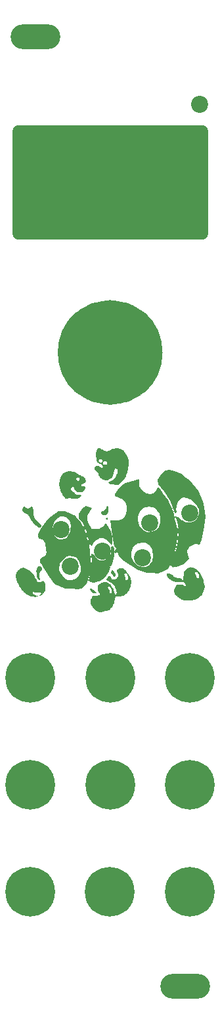
<source format=gts>
G04 #@! TF.GenerationSoftware,KiCad,Pcbnew,8.0.5*
G04 #@! TF.CreationDate,2024-11-11T16:09:23-05:00*
G04 #@! TF.ProjectId,kicad_frontpanel,6b696361-645f-4667-926f-6e7470616e65,rev?*
G04 #@! TF.SameCoordinates,Original*
G04 #@! TF.FileFunction,Soldermask,Top*
G04 #@! TF.FilePolarity,Negative*
%FSLAX46Y46*%
G04 Gerber Fmt 4.6, Leading zero omitted, Abs format (unit mm)*
G04 Created by KiCad (PCBNEW 8.0.5) date 2024-11-11 16:09:23*
%MOMM*%
%LPD*%
G01*
G04 APERTURE LIST*
%ADD10C,0.000000*%
%ADD11C,1.500000*%
%ADD12C,6.742712*%
%ADD13C,6.400000*%
%ADD14C,2.200000*%
%ADD15O,6.400000X3.200000*%
%ADD16C,7.200000*%
G04 APERTURE END LIST*
D10*
G36*
X36315371Y-81554594D02*
G01*
X36328250Y-81556704D01*
X36341588Y-81565277D01*
X36355129Y-81572538D01*
X36368848Y-81578580D01*
X36382721Y-81583499D01*
X36396723Y-81587386D01*
X36410829Y-81590336D01*
X36425016Y-81592442D01*
X36439258Y-81593799D01*
X36453532Y-81594499D01*
X36467812Y-81594637D01*
X36496292Y-81593599D01*
X36552251Y-81588894D01*
X36579337Y-81586724D01*
X36605565Y-81585676D01*
X36618296Y-81585807D01*
X36630738Y-81586499D01*
X36642869Y-81587846D01*
X36654662Y-81589941D01*
X36666093Y-81592879D01*
X36677138Y-81596753D01*
X36687772Y-81601656D01*
X36697971Y-81607683D01*
X36707710Y-81614926D01*
X36716965Y-81623480D01*
X36725711Y-81633438D01*
X36733923Y-81644894D01*
X36745296Y-81660476D01*
X36756948Y-81675464D01*
X36768910Y-81689842D01*
X36781214Y-81703595D01*
X36793889Y-81716707D01*
X36806968Y-81729163D01*
X36820481Y-81740947D01*
X36834458Y-81752044D01*
X36848932Y-81762438D01*
X36863933Y-81772114D01*
X36879492Y-81781056D01*
X36895640Y-81789249D01*
X36912408Y-81796677D01*
X36929827Y-81803325D01*
X36947929Y-81809177D01*
X36966743Y-81814217D01*
X36978453Y-81817580D01*
X36989154Y-81821688D01*
X36998912Y-81826501D01*
X37007793Y-81831980D01*
X37015862Y-81838083D01*
X37023186Y-81844772D01*
X37029831Y-81852007D01*
X37035862Y-81859746D01*
X37041345Y-81867950D01*
X37046346Y-81876580D01*
X37055167Y-81894953D01*
X37062851Y-81914546D01*
X37069925Y-81935038D01*
X37084352Y-81977438D01*
X37092759Y-81998705D01*
X37102665Y-82019590D01*
X37108345Y-82029789D01*
X37114597Y-82039772D01*
X37121487Y-82049500D01*
X37129081Y-82058931D01*
X37137445Y-82068027D01*
X37146644Y-82076746D01*
X37156746Y-82085050D01*
X37167815Y-82092898D01*
X37265929Y-82200146D01*
X37353978Y-82310127D01*
X37432063Y-82422681D01*
X37500290Y-82537649D01*
X37558760Y-82654870D01*
X37607578Y-82774183D01*
X37646846Y-82895429D01*
X37676669Y-83018448D01*
X37697149Y-83143079D01*
X37708390Y-83269162D01*
X37710495Y-83396536D01*
X37703567Y-83525043D01*
X37687710Y-83654520D01*
X37663027Y-83784809D01*
X37629622Y-83915750D01*
X37587598Y-84047181D01*
X37579644Y-84053998D01*
X37572298Y-84061205D01*
X37565524Y-84068779D01*
X37559287Y-84076696D01*
X37553555Y-84084934D01*
X37548292Y-84093469D01*
X37543464Y-84102278D01*
X37539038Y-84111338D01*
X37531252Y-84130116D01*
X37524659Y-84149618D01*
X37518986Y-84169656D01*
X37513959Y-84190047D01*
X37504747Y-84231137D01*
X37500015Y-84251466D01*
X37494833Y-84271401D01*
X37488928Y-84290758D01*
X37482025Y-84309351D01*
X37473851Y-84326992D01*
X37469202Y-84335398D01*
X37464132Y-84343497D01*
X37384153Y-84464949D01*
X37304369Y-84574405D01*
X37224911Y-84672478D01*
X37145912Y-84759779D01*
X37067506Y-84836921D01*
X36989823Y-84904517D01*
X36912997Y-84963178D01*
X36837159Y-85013517D01*
X36762443Y-85056146D01*
X36688981Y-85091678D01*
X36616905Y-85120726D01*
X36546348Y-85143900D01*
X36477441Y-85161814D01*
X36410318Y-85175080D01*
X36345110Y-85184310D01*
X36281951Y-85190117D01*
X36220972Y-85193113D01*
X36162307Y-85193910D01*
X36052445Y-85191357D01*
X35953423Y-85187358D01*
X35866302Y-85186810D01*
X35827536Y-85189361D01*
X35792141Y-85194613D01*
X35760252Y-85203176D01*
X35731999Y-85215665D01*
X35707516Y-85232690D01*
X35686935Y-85254864D01*
X35670389Y-85282801D01*
X35658009Y-85317111D01*
X35652596Y-85359325D01*
X35645787Y-85401332D01*
X35629017Y-85484892D01*
X35590103Y-85651350D01*
X35572093Y-85734910D01*
X35564354Y-85776917D01*
X35557803Y-85819131D01*
X35552700Y-85861592D01*
X35549301Y-85904344D01*
X35547866Y-85947426D01*
X35548653Y-85990880D01*
X35548526Y-85998813D01*
X35548130Y-86006726D01*
X35547444Y-86014598D01*
X35546448Y-86022408D01*
X35545122Y-86030135D01*
X35543444Y-86037758D01*
X35541395Y-86045258D01*
X35538952Y-86052612D01*
X35536096Y-86059802D01*
X35532806Y-86066805D01*
X35529062Y-86073602D01*
X35524842Y-86080171D01*
X35520126Y-86086493D01*
X35517575Y-86089554D01*
X35514893Y-86092546D01*
X35512077Y-86095465D01*
X35509123Y-86098309D01*
X35506030Y-86101076D01*
X35502795Y-86103762D01*
X35481357Y-86121445D01*
X35461924Y-86140057D01*
X35444352Y-86159538D01*
X35428495Y-86179825D01*
X35414208Y-86200856D01*
X35401349Y-86222569D01*
X35389770Y-86244903D01*
X35379328Y-86267794D01*
X35369879Y-86291182D01*
X35361277Y-86315003D01*
X35353378Y-86339197D01*
X35346037Y-86363701D01*
X35332450Y-86413390D01*
X35319360Y-86463576D01*
X35315185Y-86480587D01*
X35312896Y-86488930D01*
X35310431Y-86497144D01*
X35307759Y-86505212D01*
X35304850Y-86513121D01*
X35301672Y-86520854D01*
X35298195Y-86528396D01*
X35294386Y-86535730D01*
X35290216Y-86542843D01*
X35285653Y-86549718D01*
X35280667Y-86556340D01*
X35275225Y-86562694D01*
X35269298Y-86568763D01*
X35266143Y-86571686D01*
X35262854Y-86574533D01*
X35259429Y-86577300D01*
X35255863Y-86579987D01*
X35235064Y-86594825D01*
X35214979Y-86610226D01*
X35195575Y-86626174D01*
X35176823Y-86642655D01*
X35158691Y-86659653D01*
X35141148Y-86677152D01*
X35124163Y-86695137D01*
X35107705Y-86713592D01*
X35091743Y-86732501D01*
X35076246Y-86751851D01*
X35061183Y-86771623D01*
X35046523Y-86791804D01*
X35032236Y-86812378D01*
X35018289Y-86833329D01*
X34991295Y-86876301D01*
X34984475Y-86887216D01*
X34977246Y-86897474D01*
X34969615Y-86907081D01*
X34961586Y-86916042D01*
X34953164Y-86924362D01*
X34944354Y-86932047D01*
X34935162Y-86939102D01*
X34925593Y-86945531D01*
X34915652Y-86951340D01*
X34905344Y-86956534D01*
X34894674Y-86961118D01*
X34883648Y-86965098D01*
X34872271Y-86968478D01*
X34860547Y-86971264D01*
X34848482Y-86973461D01*
X34836081Y-86975073D01*
X33989019Y-87191579D01*
X33881749Y-87207814D01*
X33775497Y-87216045D01*
X33722877Y-87216634D01*
X33670661Y-87214592D01*
X33618898Y-87209709D01*
X33567638Y-87201776D01*
X33516931Y-87190582D01*
X33466827Y-87175918D01*
X33417376Y-87157573D01*
X33368626Y-87135338D01*
X33320628Y-87109002D01*
X33273432Y-87078356D01*
X33227087Y-87043191D01*
X33181643Y-87003295D01*
X33171060Y-86992713D01*
X33090285Y-86930647D01*
X33020428Y-86874684D01*
X32960255Y-86823733D01*
X32908531Y-86776704D01*
X32864020Y-86732506D01*
X32825488Y-86690051D01*
X32791700Y-86648246D01*
X32761420Y-86606002D01*
X32733413Y-86562228D01*
X32706446Y-86515835D01*
X32650686Y-86410827D01*
X32584262Y-86282256D01*
X32543962Y-86206409D01*
X32497291Y-86121400D01*
X32491914Y-86114413D01*
X32487011Y-86107341D01*
X32482561Y-86100181D01*
X32478544Y-86092931D01*
X32471721Y-86078149D01*
X32466370Y-86062974D01*
X32462321Y-86047385D01*
X32459404Y-86031363D01*
X32457449Y-86014886D01*
X32456283Y-85997934D01*
X32455738Y-85980485D01*
X32455643Y-85962520D01*
X32456118Y-85924956D01*
X32456345Y-85885078D01*
X32455940Y-85864219D01*
X32454961Y-85842719D01*
X32453325Y-85824499D01*
X32452998Y-85806219D01*
X32453902Y-85787882D01*
X32455959Y-85769487D01*
X32459095Y-85751039D01*
X32463231Y-85732538D01*
X32474197Y-85695388D01*
X32488243Y-85658051D01*
X32504753Y-85620544D01*
X32523114Y-85582882D01*
X32542709Y-85545080D01*
X32583145Y-85469120D01*
X32602756Y-85430993D01*
X32621143Y-85392788D01*
X32637689Y-85354521D01*
X32651782Y-85316207D01*
X32662804Y-85277863D01*
X32666973Y-85258684D01*
X32670143Y-85239503D01*
X32675341Y-85232180D01*
X32681632Y-85224780D01*
X32697234Y-85209856D01*
X32716432Y-85194942D01*
X32738711Y-85180250D01*
X32763552Y-85165993D01*
X32790440Y-85152381D01*
X32818857Y-85139627D01*
X32848287Y-85127943D01*
X32878213Y-85117540D01*
X32908118Y-85108631D01*
X32937486Y-85101426D01*
X32965799Y-85096139D01*
X32992542Y-85092981D01*
X33017197Y-85092164D01*
X33028580Y-85092699D01*
X33039248Y-85093899D01*
X33049135Y-85095790D01*
X33058178Y-85098399D01*
X33070044Y-85102161D01*
X33081837Y-85105516D01*
X33093569Y-85108467D01*
X33105249Y-85111020D01*
X33116888Y-85113181D01*
X33128495Y-85114954D01*
X33140082Y-85116345D01*
X33151659Y-85117359D01*
X33163235Y-85118000D01*
X33174822Y-85118275D01*
X33186430Y-85118188D01*
X33198069Y-85117745D01*
X33209749Y-85116950D01*
X33221480Y-85115809D01*
X33233274Y-85114327D01*
X33245140Y-85112509D01*
X33270514Y-85104559D01*
X33298653Y-85097683D01*
X33329014Y-85091551D01*
X33361054Y-85085832D01*
X33428002Y-85074312D01*
X33461825Y-85067850D01*
X33495157Y-85060478D01*
X33527456Y-85051866D01*
X33558178Y-85041683D01*
X33572779Y-85035899D01*
X33586782Y-85029598D01*
X33600120Y-85022739D01*
X33612725Y-85015281D01*
X33624529Y-85007182D01*
X33635464Y-84998401D01*
X33645463Y-84988896D01*
X33654457Y-84978627D01*
X33662379Y-84967552D01*
X33669161Y-84955629D01*
X33674735Y-84942818D01*
X33679033Y-84929076D01*
X33682021Y-84913657D01*
X33683753Y-84899109D01*
X33684299Y-84885374D01*
X33683725Y-84872393D01*
X33682099Y-84860107D01*
X33679490Y-84848457D01*
X33675965Y-84837384D01*
X33671592Y-84826831D01*
X33666438Y-84816737D01*
X33660572Y-84807044D01*
X33654062Y-84797693D01*
X33646974Y-84788627D01*
X33631341Y-84771108D01*
X33614213Y-84754019D01*
X33577649Y-84719246D01*
X33559297Y-84700622D01*
X33541622Y-84680546D01*
X33533208Y-84669817D01*
X33525167Y-84658548D01*
X33517566Y-84646681D01*
X33510473Y-84634157D01*
X33503957Y-84620918D01*
X33498085Y-84606904D01*
X33492924Y-84592057D01*
X33488543Y-84576317D01*
X33470228Y-84532684D01*
X33452647Y-84480735D01*
X33436286Y-84421832D01*
X33421630Y-84357332D01*
X33409164Y-84288595D01*
X33399375Y-84216980D01*
X33392749Y-84143846D01*
X33389771Y-84070551D01*
X33389988Y-84056990D01*
X34701868Y-84056990D01*
X34702720Y-84071659D01*
X34705202Y-84086594D01*
X34709388Y-84101724D01*
X34715352Y-84116973D01*
X34723168Y-84132269D01*
X34732911Y-84147538D01*
X34744655Y-84162707D01*
X34758475Y-84177701D01*
X34803968Y-84233536D01*
X34825761Y-84261784D01*
X34846609Y-84290363D01*
X34866279Y-84319355D01*
X34884537Y-84348844D01*
X34901153Y-84378911D01*
X34915893Y-84409639D01*
X34928524Y-84441112D01*
X34938815Y-84473411D01*
X34946532Y-84506620D01*
X34949354Y-84523592D01*
X34951444Y-84540821D01*
X34952775Y-84558320D01*
X34953317Y-84576097D01*
X34953042Y-84594164D01*
X34951919Y-84612530D01*
X34949921Y-84631207D01*
X34947018Y-84650204D01*
X34943181Y-84669531D01*
X34938381Y-84689200D01*
X34939180Y-84709752D01*
X34941507Y-84728441D01*
X34945258Y-84745306D01*
X34950328Y-84760386D01*
X34956612Y-84773719D01*
X34964006Y-84785344D01*
X34972405Y-84795301D01*
X34981704Y-84803626D01*
X34991799Y-84810361D01*
X35002586Y-84815542D01*
X35013958Y-84819210D01*
X35025813Y-84821402D01*
X35038045Y-84822158D01*
X35050549Y-84821516D01*
X35063221Y-84819515D01*
X35075957Y-84816193D01*
X35088651Y-84811591D01*
X35101200Y-84805745D01*
X35113497Y-84798695D01*
X35125440Y-84790481D01*
X35136922Y-84781139D01*
X35147840Y-84770710D01*
X35158089Y-84759232D01*
X35167564Y-84746744D01*
X35176161Y-84733284D01*
X35183774Y-84718892D01*
X35190300Y-84703605D01*
X35195633Y-84687464D01*
X35199670Y-84670506D01*
X35202304Y-84652770D01*
X35203433Y-84634295D01*
X35202950Y-84615121D01*
X35192509Y-84567181D01*
X35184568Y-84521137D01*
X35178488Y-84476819D01*
X35173627Y-84434057D01*
X35165001Y-84352516D01*
X35159954Y-84313397D01*
X35153564Y-84275151D01*
X35145190Y-84237607D01*
X35134190Y-84200596D01*
X35127506Y-84182237D01*
X35119925Y-84163947D01*
X35111367Y-84145704D01*
X35101753Y-84127488D01*
X35091002Y-84109278D01*
X35079034Y-84091051D01*
X35065769Y-84072786D01*
X35051126Y-84054463D01*
X35035027Y-84036060D01*
X35017391Y-84017555D01*
X34998136Y-83998928D01*
X34977185Y-83980157D01*
X34977185Y-83976628D01*
X34961210Y-83962788D01*
X34945081Y-83950982D01*
X34928874Y-83941138D01*
X34912662Y-83933181D01*
X34896520Y-83927037D01*
X34880522Y-83922634D01*
X34864742Y-83919897D01*
X34849255Y-83918753D01*
X34834135Y-83919129D01*
X34819456Y-83920950D01*
X34805292Y-83924142D01*
X34791718Y-83928633D01*
X34778808Y-83934349D01*
X34766637Y-83941216D01*
X34755278Y-83949160D01*
X34744805Y-83958108D01*
X34735294Y-83967986D01*
X34726819Y-83978720D01*
X34719453Y-83990238D01*
X34713271Y-84002464D01*
X34708347Y-84015327D01*
X34704756Y-84028751D01*
X34702571Y-84042663D01*
X34701868Y-84056990D01*
X33389988Y-84056990D01*
X33390927Y-83998455D01*
X33396702Y-83928917D01*
X33401474Y-83895532D01*
X33407583Y-83863296D01*
X33415089Y-83832379D01*
X33424055Y-83802951D01*
X33434539Y-83775181D01*
X33446603Y-83749240D01*
X33460308Y-83725298D01*
X33475714Y-83703524D01*
X33492883Y-83684088D01*
X33511874Y-83667160D01*
X33532749Y-83652911D01*
X33555568Y-83641509D01*
X33586753Y-83633000D01*
X33617501Y-83622798D01*
X33647846Y-83611071D01*
X33677827Y-83597986D01*
X33736841Y-83568408D01*
X33794837Y-83535405D01*
X33908953Y-83464475D01*
X33965662Y-83429224D01*
X34022531Y-83395900D01*
X34079855Y-83365843D01*
X34108780Y-83352457D01*
X34137929Y-83340389D01*
X34167338Y-83329807D01*
X34197046Y-83320878D01*
X34227088Y-83313769D01*
X34257501Y-83308648D01*
X34288323Y-83305681D01*
X34319590Y-83305036D01*
X34351338Y-83306881D01*
X34383606Y-83311383D01*
X34416429Y-83318708D01*
X34449844Y-83329025D01*
X34483888Y-83342500D01*
X34518598Y-83359301D01*
X34593965Y-83384150D01*
X34663002Y-83409928D01*
X34726241Y-83436905D01*
X34784214Y-83465350D01*
X34837454Y-83495531D01*
X34886494Y-83527717D01*
X34931864Y-83562176D01*
X34974097Y-83599178D01*
X35013727Y-83638990D01*
X35051284Y-83681883D01*
X35087301Y-83728124D01*
X35122311Y-83777982D01*
X35156845Y-83831726D01*
X35191436Y-83889624D01*
X35226617Y-83951946D01*
X35262918Y-84018960D01*
X35290624Y-84042495D01*
X35316277Y-84068637D01*
X35339994Y-84097158D01*
X35361890Y-84127832D01*
X35382085Y-84160434D01*
X35400693Y-84194737D01*
X35417833Y-84230516D01*
X35433620Y-84267544D01*
X35461608Y-84344442D01*
X35485590Y-84423625D01*
X35506503Y-84503284D01*
X35525282Y-84581609D01*
X35560179Y-84727025D01*
X35578168Y-84790499D01*
X35597763Y-84845406D01*
X35608456Y-84869081D01*
X35619901Y-84889937D01*
X35632216Y-84907746D01*
X35645517Y-84922283D01*
X35659921Y-84933321D01*
X35675545Y-84940635D01*
X35692507Y-84943999D01*
X35710922Y-84943186D01*
X35730436Y-84934076D01*
X35748022Y-84923344D01*
X35763755Y-84911081D01*
X35777712Y-84897383D01*
X35789969Y-84882341D01*
X35800602Y-84866048D01*
X35809687Y-84848598D01*
X35817301Y-84830083D01*
X35823520Y-84810597D01*
X35828420Y-84790232D01*
X35832077Y-84769082D01*
X35834567Y-84747240D01*
X35836353Y-84701849D01*
X35834388Y-84654806D01*
X35829281Y-84606853D01*
X35821642Y-84558734D01*
X35812081Y-84511194D01*
X35801207Y-84464977D01*
X35777961Y-84379489D01*
X35756781Y-84308220D01*
X35725635Y-84191272D01*
X35688179Y-84083495D01*
X35645050Y-83984390D01*
X35596883Y-83893454D01*
X35544312Y-83810186D01*
X35487975Y-83734085D01*
X35428507Y-83664651D01*
X35366542Y-83601381D01*
X35302718Y-83543774D01*
X35237668Y-83491330D01*
X35172030Y-83443546D01*
X35106438Y-83399923D01*
X34977936Y-83323149D01*
X34857247Y-83257000D01*
X34749456Y-83197465D01*
X34659648Y-83140535D01*
X34623076Y-83111793D01*
X34592906Y-83082199D01*
X34569774Y-83051251D01*
X34554316Y-83018447D01*
X34547167Y-82983288D01*
X34548963Y-82945271D01*
X34560339Y-82903895D01*
X34581931Y-82858659D01*
X34614374Y-82809061D01*
X34658304Y-82754602D01*
X34714357Y-82694778D01*
X34783169Y-82629090D01*
X34800229Y-82611435D01*
X34817009Y-82596120D01*
X34833495Y-82583063D01*
X34849676Y-82572187D01*
X34865539Y-82563411D01*
X34881072Y-82556656D01*
X34896263Y-82551843D01*
X34911099Y-82548892D01*
X34925568Y-82547724D01*
X34939658Y-82548259D01*
X34953356Y-82550418D01*
X34966651Y-82554121D01*
X34979530Y-82559290D01*
X34991981Y-82565843D01*
X35003991Y-82573703D01*
X35015548Y-82582790D01*
X35026640Y-82593023D01*
X35037255Y-82604325D01*
X35047380Y-82616614D01*
X35057004Y-82629813D01*
X35066113Y-82643840D01*
X35074696Y-82658618D01*
X35090233Y-82690105D01*
X35103518Y-82723639D01*
X35114451Y-82758583D01*
X35122935Y-82794302D01*
X35128872Y-82830161D01*
X35151221Y-82874687D01*
X35178273Y-82913120D01*
X35209566Y-82945607D01*
X35244634Y-82972298D01*
X35283015Y-82993341D01*
X35324244Y-83008885D01*
X35367858Y-83019078D01*
X35413393Y-83024069D01*
X35460385Y-83024006D01*
X35508371Y-83019038D01*
X35556886Y-83009313D01*
X35605467Y-82994980D01*
X35653651Y-82976188D01*
X35700972Y-82953085D01*
X35746968Y-82925820D01*
X35791175Y-82894541D01*
X35833129Y-82859396D01*
X35872367Y-82820535D01*
X35908424Y-82778106D01*
X35940836Y-82732258D01*
X35969140Y-82683139D01*
X35992873Y-82630897D01*
X36011570Y-82575681D01*
X36024768Y-82517640D01*
X36032002Y-82456923D01*
X36032810Y-82393677D01*
X36032299Y-82388167D01*
X36837986Y-82388167D01*
X36839591Y-82406339D01*
X36842806Y-82425059D01*
X36847462Y-82444272D01*
X36853392Y-82463920D01*
X36868401Y-82504301D01*
X36886491Y-82545751D01*
X36926534Y-82630061D01*
X36945802Y-82672023D01*
X36962775Y-82713256D01*
X36976110Y-82753311D01*
X36980994Y-82772756D01*
X36984464Y-82791738D01*
X36986353Y-82810200D01*
X36986493Y-82828088D01*
X36984716Y-82845343D01*
X36980854Y-82861910D01*
X36977289Y-82892619D01*
X36975778Y-82921263D01*
X36976201Y-82947866D01*
X36978442Y-82972451D01*
X36982384Y-82995041D01*
X36987907Y-83015660D01*
X36994896Y-83034331D01*
X37003232Y-83051077D01*
X37012798Y-83065922D01*
X37023476Y-83078888D01*
X37035149Y-83089999D01*
X37047699Y-83099278D01*
X37061008Y-83106749D01*
X37074960Y-83112434D01*
X37089436Y-83116358D01*
X37104319Y-83118542D01*
X37119492Y-83119011D01*
X37134836Y-83117788D01*
X37150234Y-83114896D01*
X37165569Y-83110357D01*
X37180724Y-83104197D01*
X37195580Y-83096436D01*
X37210020Y-83087100D01*
X37223926Y-83076211D01*
X37237181Y-83063793D01*
X37249668Y-83049868D01*
X37261269Y-83034460D01*
X37271865Y-83017593D01*
X37281341Y-82999289D01*
X37289577Y-82979572D01*
X37296457Y-82958464D01*
X37301863Y-82935990D01*
X37304169Y-82887616D01*
X37304268Y-82833408D01*
X37301856Y-82774807D01*
X37296627Y-82713256D01*
X37288278Y-82650196D01*
X37276502Y-82587069D01*
X37260996Y-82525317D01*
X37251748Y-82495406D01*
X37241454Y-82466380D01*
X37230074Y-82438419D01*
X37217571Y-82411702D01*
X37203907Y-82386410D01*
X37189043Y-82362723D01*
X37172942Y-82340822D01*
X37155565Y-82320886D01*
X37136874Y-82303095D01*
X37116831Y-82287631D01*
X37095398Y-82274673D01*
X37072537Y-82264401D01*
X37048210Y-82256996D01*
X37022378Y-82252638D01*
X36995004Y-82251506D01*
X36966050Y-82253782D01*
X36935477Y-82259645D01*
X36903247Y-82269276D01*
X36885929Y-82281038D01*
X36871564Y-82293798D01*
X36859984Y-82307500D01*
X36851022Y-82322087D01*
X36844509Y-82337503D01*
X36840277Y-82353693D01*
X36838159Y-82370599D01*
X36837986Y-82388167D01*
X36032299Y-82388167D01*
X36026727Y-82328052D01*
X36013289Y-82260195D01*
X35992033Y-82190257D01*
X35962496Y-82118384D01*
X35924212Y-82044726D01*
X35876719Y-81969432D01*
X35864929Y-81952639D01*
X35856560Y-81935381D01*
X35851438Y-81917729D01*
X35849387Y-81899755D01*
X35850233Y-81881530D01*
X35853799Y-81863126D01*
X35859912Y-81844615D01*
X35868396Y-81826068D01*
X35879076Y-81807557D01*
X35891777Y-81789155D01*
X35906325Y-81770932D01*
X35922543Y-81752960D01*
X35940257Y-81735311D01*
X35959292Y-81718057D01*
X36000625Y-81685020D01*
X36045141Y-81654421D01*
X36091440Y-81626836D01*
X36138121Y-81602836D01*
X36183784Y-81582996D01*
X36227029Y-81567889D01*
X36266455Y-81558089D01*
X36284298Y-81555358D01*
X36300662Y-81554170D01*
X36315371Y-81554594D01*
G37*
G36*
X44536938Y-85740424D02*
G01*
X44519303Y-85736893D01*
X44521725Y-85735238D01*
X44536938Y-85740424D01*
G37*
G36*
X34558793Y-75063270D02*
G01*
X34569252Y-75064128D01*
X34590053Y-75066657D01*
X34610316Y-75069475D01*
X34617346Y-75070320D01*
X34623898Y-75071524D01*
X34629986Y-75073072D01*
X34635629Y-75074952D01*
X34640843Y-75077150D01*
X34645645Y-75079652D01*
X34650052Y-75082445D01*
X34654080Y-75085514D01*
X34657747Y-75088848D01*
X34661068Y-75092431D01*
X34664062Y-75096251D01*
X34666744Y-75100293D01*
X34669131Y-75104545D01*
X34671241Y-75108992D01*
X34673090Y-75113622D01*
X34674695Y-75118420D01*
X34677239Y-75128468D01*
X34679008Y-75139028D01*
X34680136Y-75149990D01*
X34680758Y-75161247D01*
X34681019Y-75184211D01*
X34680868Y-75207051D01*
X34677339Y-75210580D01*
X34679635Y-75233854D01*
X34679999Y-75254154D01*
X34678564Y-75271607D01*
X34675465Y-75286340D01*
X34670837Y-75298478D01*
X34664814Y-75308149D01*
X34657530Y-75315480D01*
X34649119Y-75320596D01*
X34639716Y-75323624D01*
X34629455Y-75324692D01*
X34618471Y-75323925D01*
X34606898Y-75321450D01*
X34594870Y-75317394D01*
X34582522Y-75311884D01*
X34569988Y-75305045D01*
X34557402Y-75297005D01*
X34544898Y-75287890D01*
X34532612Y-75277827D01*
X34520677Y-75266943D01*
X34509228Y-75255363D01*
X34498399Y-75243215D01*
X34488324Y-75230625D01*
X34479139Y-75217720D01*
X34470976Y-75204626D01*
X34463971Y-75191471D01*
X34458257Y-75178380D01*
X34453970Y-75165480D01*
X34451243Y-75152898D01*
X34450212Y-75140760D01*
X34451009Y-75129193D01*
X34453770Y-75118324D01*
X34458629Y-75108279D01*
X34462018Y-75102871D01*
X34465565Y-75097883D01*
X34469263Y-75093299D01*
X34473105Y-75089104D01*
X34477084Y-75085284D01*
X34481192Y-75081824D01*
X34485424Y-75078709D01*
X34489771Y-75075924D01*
X34494227Y-75073454D01*
X34498784Y-75071284D01*
X34503435Y-75069400D01*
X34508174Y-75067787D01*
X34512992Y-75066429D01*
X34517884Y-75065312D01*
X34527858Y-75063742D01*
X34538039Y-75062958D01*
X34548369Y-75062840D01*
X34558793Y-75063270D01*
G37*
D11*
X23150000Y-25150000D02*
X46875000Y-25150000D01*
X46875000Y-38400000D01*
X23150000Y-38400000D01*
X23150000Y-25150000D01*
G36*
X23150000Y-25150000D02*
G01*
X46875000Y-25150000D01*
X46875000Y-38400000D01*
X23150000Y-38400000D01*
X23150000Y-25150000D01*
G37*
D10*
G36*
X24839516Y-73574208D02*
G01*
X24853160Y-73577301D01*
X24867602Y-73582872D01*
X24882921Y-73591087D01*
X24899198Y-73602111D01*
X24916512Y-73616111D01*
X24946919Y-73646504D01*
X24974120Y-73680006D01*
X24998317Y-73716420D01*
X25019714Y-73755548D01*
X25038515Y-73797192D01*
X25054922Y-73841155D01*
X25081371Y-73935248D01*
X25100689Y-74036244D01*
X25114504Y-74142562D01*
X25132135Y-74364842D01*
X25147286Y-74589436D01*
X25158000Y-74698648D01*
X25172978Y-74803695D01*
X25193846Y-74902996D01*
X25206998Y-74949998D01*
X25222233Y-74994970D01*
X25239755Y-75037715D01*
X25259766Y-75078035D01*
X25282471Y-75115733D01*
X25308074Y-75150611D01*
X25409051Y-75257024D01*
X25510689Y-75362321D01*
X25714628Y-75571716D01*
X25816266Y-75676889D01*
X25917243Y-75783096D01*
X26017228Y-75890873D01*
X26115890Y-76000759D01*
X26119074Y-76004151D01*
X26122015Y-76007725D01*
X26124719Y-76011494D01*
X26127190Y-76015476D01*
X26129433Y-76019685D01*
X26131454Y-76024137D01*
X26133259Y-76028847D01*
X26134851Y-76033831D01*
X26136237Y-76039104D01*
X26137421Y-76044682D01*
X26138409Y-76050581D01*
X26139206Y-76056815D01*
X26139816Y-76063401D01*
X26140246Y-76070353D01*
X26140500Y-76077688D01*
X26140584Y-76085421D01*
X26133943Y-76101452D01*
X26127148Y-76121235D01*
X26112473Y-76168871D01*
X26104283Y-76195134D01*
X26095317Y-76221964D01*
X26085422Y-76248568D01*
X26074441Y-76274148D01*
X26068495Y-76286305D01*
X26062220Y-76297909D01*
X26055596Y-76308859D01*
X26048604Y-76319056D01*
X26041225Y-76328400D01*
X26033438Y-76336792D01*
X26025225Y-76344132D01*
X26016567Y-76350321D01*
X26007443Y-76355260D01*
X25997835Y-76358849D01*
X25987723Y-76360989D01*
X25977088Y-76361579D01*
X25965910Y-76360521D01*
X25954171Y-76357716D01*
X25941850Y-76353063D01*
X25928928Y-76346463D01*
X25906288Y-76334863D01*
X25883394Y-76323775D01*
X25837156Y-76302534D01*
X25790836Y-76281540D01*
X25745053Y-76259597D01*
X25722557Y-76247893D01*
X25700428Y-76235503D01*
X25678743Y-76222276D01*
X25657580Y-76208061D01*
X25637016Y-76192710D01*
X25617130Y-76176072D01*
X25597998Y-76157997D01*
X25579697Y-76138336D01*
X25566031Y-76124380D01*
X25551552Y-76111521D01*
X25536361Y-76099611D01*
X25520555Y-76088508D01*
X25504232Y-76078067D01*
X25487491Y-76068142D01*
X25453145Y-76049264D01*
X25418304Y-76030716D01*
X25400942Y-76021205D01*
X25383751Y-76011342D01*
X25366829Y-76000983D01*
X25350274Y-75989984D01*
X25334183Y-75978198D01*
X25318656Y-75965483D01*
X25282292Y-75932061D01*
X25247333Y-75897853D01*
X25230406Y-75880416D01*
X25213862Y-75862736D01*
X25197711Y-75844797D01*
X25181962Y-75826585D01*
X25166627Y-75808083D01*
X25151716Y-75789276D01*
X25137239Y-75770149D01*
X25123206Y-75750687D01*
X25109628Y-75730872D01*
X25096515Y-75710691D01*
X25083877Y-75690128D01*
X25071725Y-75669166D01*
X25051792Y-75634624D01*
X25030490Y-75601012D01*
X25008020Y-75568186D01*
X24984583Y-75536000D01*
X24935617Y-75472972D01*
X24885204Y-75410771D01*
X24834957Y-75348239D01*
X24810399Y-75316487D01*
X24786487Y-75284219D01*
X24763422Y-75251289D01*
X24741407Y-75217553D01*
X24720642Y-75182866D01*
X24701329Y-75147084D01*
X24678365Y-75097870D01*
X24656517Y-75048366D01*
X24634918Y-74998945D01*
X24612698Y-74949979D01*
X24601085Y-74925783D01*
X24588990Y-74901840D01*
X24576307Y-74878197D01*
X24562926Y-74854900D01*
X24548739Y-74831996D01*
X24533638Y-74809531D01*
X24517513Y-74787551D01*
X24500256Y-74766104D01*
X24472236Y-74733770D01*
X24457959Y-74718242D01*
X24443429Y-74703214D01*
X24428589Y-74688744D01*
X24413383Y-74674890D01*
X24397752Y-74661707D01*
X24381641Y-74649253D01*
X24364993Y-74637584D01*
X24347750Y-74626758D01*
X24329857Y-74616830D01*
X24311255Y-74607859D01*
X24291889Y-74599900D01*
X24271701Y-74593011D01*
X24250634Y-74587248D01*
X24228632Y-74582669D01*
X24215266Y-74580009D01*
X24202271Y-74576683D01*
X24189626Y-74572730D01*
X24177310Y-74568187D01*
X24165301Y-74563090D01*
X24153579Y-74557478D01*
X24142121Y-74551388D01*
X24130907Y-74544858D01*
X24119915Y-74537924D01*
X24109124Y-74530625D01*
X24088059Y-74515080D01*
X24067542Y-74498522D01*
X24047403Y-74481251D01*
X24007573Y-74445768D01*
X23987541Y-74428156D01*
X23967205Y-74411030D01*
X23946394Y-74394689D01*
X23924936Y-74379433D01*
X23913912Y-74372306D01*
X23902662Y-74365562D01*
X23891166Y-74359240D01*
X23879401Y-74353376D01*
X23845936Y-74331108D01*
X23816222Y-74306153D01*
X23790125Y-74278780D01*
X23767511Y-74249257D01*
X23748245Y-74217853D01*
X23732193Y-74184837D01*
X23719222Y-74150478D01*
X23709195Y-74115043D01*
X23701980Y-74078803D01*
X23697441Y-74042025D01*
X23695445Y-74004978D01*
X23695857Y-73967932D01*
X23698542Y-73931154D01*
X23703366Y-73894914D01*
X23710196Y-73859479D01*
X23718896Y-73825120D01*
X23729332Y-73792104D01*
X23741371Y-73760700D01*
X23754876Y-73731177D01*
X23769715Y-73703804D01*
X23785753Y-73678849D01*
X23802855Y-73656581D01*
X23820888Y-73637269D01*
X23839716Y-73621181D01*
X23859205Y-73608587D01*
X23879222Y-73599754D01*
X23899631Y-73594952D01*
X23920299Y-73594449D01*
X23941091Y-73598514D01*
X23961872Y-73607415D01*
X23982509Y-73621422D01*
X24002867Y-73640803D01*
X24002867Y-73640804D01*
X24002867Y-73640805D01*
X24002867Y-73640806D01*
X24013644Y-73658432D01*
X24024803Y-73674954D01*
X24036333Y-73690406D01*
X24048223Y-73704819D01*
X24060461Y-73718228D01*
X24073037Y-73730664D01*
X24085940Y-73742161D01*
X24099159Y-73752752D01*
X24112683Y-73762469D01*
X24126500Y-73771346D01*
X24140601Y-73779416D01*
X24154973Y-73786712D01*
X24169607Y-73793265D01*
X24184490Y-73799111D01*
X24214963Y-73808807D01*
X24246304Y-73816065D01*
X24278425Y-73821147D01*
X24311239Y-73824317D01*
X24344657Y-73825839D01*
X24378592Y-73825976D01*
X24412956Y-73824991D01*
X24482619Y-73820713D01*
X24504738Y-73819655D01*
X24525510Y-73816593D01*
X24545015Y-73811693D01*
X24563333Y-73805121D01*
X24580542Y-73797042D01*
X24596722Y-73787623D01*
X24611952Y-73777030D01*
X24626313Y-73765429D01*
X24639882Y-73752985D01*
X24652741Y-73739865D01*
X24676643Y-73712260D01*
X24719408Y-73656238D01*
X24739542Y-73630478D01*
X24759693Y-73607989D01*
X24769972Y-73598386D01*
X24780494Y-73590098D01*
X24791337Y-73583293D01*
X24802582Y-73578135D01*
X24814307Y-73574791D01*
X24826592Y-73573427D01*
X24839516Y-73574208D01*
G37*
G36*
X23821803Y-81518727D02*
G01*
X23899512Y-81525896D01*
X23977432Y-81539754D01*
X24055346Y-81559925D01*
X24133036Y-81586034D01*
X24210284Y-81617705D01*
X24286873Y-81654564D01*
X24362584Y-81696235D01*
X24437201Y-81742343D01*
X24510505Y-81792512D01*
X24582279Y-81846368D01*
X24652305Y-81903535D01*
X24720365Y-81963637D01*
X24849719Y-82091148D01*
X24968599Y-82225898D01*
X25075262Y-82364886D01*
X25167969Y-82505108D01*
X25244977Y-82643563D01*
X25277050Y-82711190D01*
X25304546Y-82777249D01*
X25362986Y-82861768D01*
X25413743Y-82942784D01*
X25498839Y-83090873D01*
X25536496Y-83156232D01*
X25573104Y-83214655D01*
X25591533Y-83240999D01*
X25610322Y-83265287D01*
X25629678Y-83287412D01*
X25649808Y-83307268D01*
X25670921Y-83324747D01*
X25693222Y-83339742D01*
X25716920Y-83352145D01*
X25742221Y-83361849D01*
X25769334Y-83368748D01*
X25798466Y-83372733D01*
X25829823Y-83373699D01*
X25863613Y-83371536D01*
X25900044Y-83366139D01*
X25939323Y-83357400D01*
X25981657Y-83345212D01*
X26027253Y-83329467D01*
X26076319Y-83310059D01*
X26129063Y-83286879D01*
X26185691Y-83259822D01*
X26246411Y-83228779D01*
X26284959Y-83212826D01*
X26321268Y-83204376D01*
X26355396Y-83203018D01*
X26387398Y-83208337D01*
X26417330Y-83219922D01*
X26445249Y-83237359D01*
X26471211Y-83260237D01*
X26495271Y-83288142D01*
X26517488Y-83320661D01*
X26537915Y-83357382D01*
X26556610Y-83397891D01*
X26573629Y-83441777D01*
X26602864Y-83538027D01*
X26626068Y-83642829D01*
X26643691Y-83752881D01*
X26656183Y-83864881D01*
X26663993Y-83975527D01*
X26667572Y-84081518D01*
X26667368Y-84179550D01*
X26663831Y-84266323D01*
X26657410Y-84338534D01*
X26648556Y-84392882D01*
X26627390Y-84470488D01*
X26620335Y-84474021D01*
X26579923Y-84521574D01*
X26540441Y-84571194D01*
X26462696Y-84673989D01*
X26383960Y-84777116D01*
X26343237Y-84827149D01*
X26301089Y-84875281D01*
X26257122Y-84920851D01*
X26210943Y-84963195D01*
X26186901Y-84982952D01*
X26162159Y-85001654D01*
X26136668Y-85019220D01*
X26110379Y-85035566D01*
X26083242Y-85050610D01*
X26055209Y-85064269D01*
X26026230Y-85076460D01*
X25996256Y-85087102D01*
X25965238Y-85096110D01*
X25933128Y-85103403D01*
X25899876Y-85108898D01*
X25865432Y-85112511D01*
X25869782Y-85106040D01*
X25874229Y-85099845D01*
X25878766Y-85093913D01*
X25883387Y-85088232D01*
X25892855Y-85077571D01*
X25902582Y-85067757D01*
X25912515Y-85058686D01*
X25922604Y-85050257D01*
X25932795Y-85042365D01*
X25943039Y-85034906D01*
X25983496Y-85007347D01*
X25993222Y-85000509D01*
X26002691Y-84993485D01*
X26011849Y-84986171D01*
X26020646Y-84978465D01*
X26036799Y-84962998D01*
X26050907Y-84947703D01*
X26063034Y-84932608D01*
X26073242Y-84917738D01*
X26081596Y-84903122D01*
X26088157Y-84888785D01*
X26092990Y-84874757D01*
X26096158Y-84861063D01*
X26097724Y-84847730D01*
X26097751Y-84834787D01*
X26096303Y-84822259D01*
X26093443Y-84810175D01*
X26089235Y-84798561D01*
X26083741Y-84787444D01*
X26077025Y-84776851D01*
X26069150Y-84766811D01*
X26060180Y-84757349D01*
X26050177Y-84748492D01*
X26039206Y-84740269D01*
X26027329Y-84732706D01*
X26014610Y-84725830D01*
X26001111Y-84719669D01*
X25986897Y-84714249D01*
X25972031Y-84709598D01*
X25956576Y-84705742D01*
X25940595Y-84702710D01*
X25924151Y-84700527D01*
X25907308Y-84699222D01*
X25890130Y-84698821D01*
X25872678Y-84699351D01*
X25855018Y-84700840D01*
X25837211Y-84703314D01*
X25791894Y-84712905D01*
X25747175Y-84719354D01*
X25702994Y-84722910D01*
X25659289Y-84723819D01*
X25615997Y-84722331D01*
X25573056Y-84718693D01*
X25530404Y-84713153D01*
X25487980Y-84705960D01*
X25445722Y-84697362D01*
X25403566Y-84687606D01*
X25319318Y-84665613D01*
X25149332Y-84618653D01*
X25136654Y-84616547D01*
X25124426Y-84615490D01*
X25112662Y-84615436D01*
X25101379Y-84616338D01*
X25090592Y-84618149D01*
X25080317Y-84620823D01*
X25070569Y-84624313D01*
X25061363Y-84628574D01*
X25052716Y-84633558D01*
X25044642Y-84639218D01*
X25037157Y-84645509D01*
X25030276Y-84652384D01*
X25024016Y-84659797D01*
X25018391Y-84667700D01*
X25013418Y-84676048D01*
X25009111Y-84684794D01*
X25005486Y-84693891D01*
X25002559Y-84703293D01*
X25000344Y-84712953D01*
X24998859Y-84722825D01*
X24998117Y-84732863D01*
X24998135Y-84743019D01*
X24998928Y-84753248D01*
X25000512Y-84763503D01*
X25002902Y-84773737D01*
X25006114Y-84783903D01*
X25010162Y-84793957D01*
X25015064Y-84803850D01*
X25020833Y-84813536D01*
X25027486Y-84822969D01*
X25035038Y-84832102D01*
X25043505Y-84840890D01*
X25075821Y-84869207D01*
X25109233Y-84895953D01*
X25143679Y-84921129D01*
X25179096Y-84944733D01*
X25215423Y-84966767D01*
X25252597Y-84987230D01*
X25290556Y-85006122D01*
X25329239Y-85023443D01*
X25368583Y-85039193D01*
X25408527Y-85053372D01*
X25449008Y-85065980D01*
X25489965Y-85077018D01*
X25531334Y-85086484D01*
X25573056Y-85094380D01*
X25615066Y-85100704D01*
X25657305Y-85105458D01*
X25717273Y-85140734D01*
X25715615Y-85149097D01*
X25713306Y-85156999D01*
X25710378Y-85164454D01*
X25706863Y-85171476D01*
X25702792Y-85178079D01*
X25698198Y-85184279D01*
X25693112Y-85190088D01*
X25687565Y-85195521D01*
X25681589Y-85200592D01*
X25675215Y-85205316D01*
X25668477Y-85209707D01*
X25661404Y-85213779D01*
X25646383Y-85221022D01*
X25630407Y-85227159D01*
X25613727Y-85232304D01*
X25596598Y-85236570D01*
X25579273Y-85240072D01*
X25562005Y-85242923D01*
X25528651Y-85247126D01*
X25498563Y-85250088D01*
X25399380Y-85257641D01*
X25300378Y-85258094D01*
X25201737Y-85251870D01*
X25103639Y-85239394D01*
X25006264Y-85221090D01*
X24909794Y-85197380D01*
X24814409Y-85168689D01*
X24720290Y-85135441D01*
X24627617Y-85098059D01*
X24536573Y-85056966D01*
X24447337Y-85012587D01*
X24360090Y-84965346D01*
X24275014Y-84915665D01*
X24192289Y-84863969D01*
X24112096Y-84810682D01*
X24034615Y-84756226D01*
X24015893Y-84752082D01*
X23998688Y-84746968D01*
X23982901Y-84740947D01*
X23968439Y-84734082D01*
X23955203Y-84726437D01*
X23943099Y-84718075D01*
X23932029Y-84709059D01*
X23921898Y-84699453D01*
X23912609Y-84689320D01*
X23904066Y-84678723D01*
X23896173Y-84667726D01*
X23888834Y-84656392D01*
X23875430Y-84632964D01*
X23863087Y-84608948D01*
X23851032Y-84584849D01*
X23838497Y-84561174D01*
X23824711Y-84538429D01*
X23817109Y-84527564D01*
X23808905Y-84517121D01*
X23800004Y-84507164D01*
X23790309Y-84497756D01*
X23779723Y-84488960D01*
X23768152Y-84480840D01*
X23755498Y-84473458D01*
X23741665Y-84466879D01*
X23726557Y-84461166D01*
X23710078Y-84456381D01*
X23697877Y-84452125D01*
X23686390Y-84447300D01*
X23675585Y-84441917D01*
X23665432Y-84435986D01*
X23655898Y-84429518D01*
X23646953Y-84422523D01*
X23638566Y-84415012D01*
X23630707Y-84406994D01*
X23623343Y-84398479D01*
X23616445Y-84389480D01*
X23609981Y-84380004D01*
X23603919Y-84370064D01*
X23598230Y-84359669D01*
X23592882Y-84348830D01*
X23587844Y-84337557D01*
X23583084Y-84325860D01*
X23573495Y-84300932D01*
X23563249Y-84276418D01*
X23552352Y-84252318D01*
X23540809Y-84228630D01*
X23528625Y-84205356D01*
X23515805Y-84182496D01*
X23502356Y-84160049D01*
X23488281Y-84138015D01*
X23473585Y-84116395D01*
X23458275Y-84095188D01*
X23442356Y-84074394D01*
X23425831Y-84054014D01*
X23408707Y-84034048D01*
X23390989Y-84014494D01*
X23372682Y-83995354D01*
X23353791Y-83976628D01*
X23341782Y-83964543D01*
X23329815Y-83952045D01*
X23323963Y-83945615D01*
X23318261Y-83939051D01*
X23312755Y-83932342D01*
X23307492Y-83925478D01*
X23302518Y-83918449D01*
X23297880Y-83911244D01*
X23293625Y-83903853D01*
X23289799Y-83896265D01*
X23286448Y-83888471D01*
X23283619Y-83880460D01*
X23281358Y-83872221D01*
X23280455Y-83868014D01*
X23279712Y-83863745D01*
X23274775Y-83832440D01*
X23267999Y-83801978D01*
X23259528Y-83772290D01*
X23249507Y-83743311D01*
X23238080Y-83714972D01*
X23225393Y-83687207D01*
X23211589Y-83659948D01*
X23196814Y-83633129D01*
X23181212Y-83606682D01*
X23164928Y-83580539D01*
X23130892Y-83528900D01*
X23061002Y-83426324D01*
X23014034Y-83326196D01*
X22971489Y-83220918D01*
X22934071Y-83111453D01*
X22902481Y-82998769D01*
X22877423Y-82883833D01*
X22859599Y-82767609D01*
X22849712Y-82651065D01*
X22848465Y-82535168D01*
X22851301Y-82477763D01*
X22856560Y-82420882D01*
X22864331Y-82364646D01*
X22874701Y-82309175D01*
X22887758Y-82254590D01*
X22903590Y-82201012D01*
X22922285Y-82148562D01*
X22943930Y-82097361D01*
X22968614Y-82047529D01*
X22996423Y-81999187D01*
X23027447Y-81952456D01*
X23061773Y-81907457D01*
X23099489Y-81864310D01*
X23140682Y-81823137D01*
X23185441Y-81784057D01*
X23233853Y-81747193D01*
X23302037Y-81687344D01*
X23372172Y-81637186D01*
X23444043Y-81596343D01*
X23517431Y-81564441D01*
X23592119Y-81541103D01*
X23667888Y-81525955D01*
X23744522Y-81518622D01*
X23821803Y-81518727D01*
G37*
G36*
X35388573Y-78714937D02*
G01*
X35387145Y-78715356D01*
X35386808Y-78714588D01*
X35388573Y-78714937D01*
G37*
G36*
X35303505Y-81829409D02*
G01*
X35317770Y-81831425D01*
X35332548Y-81835473D01*
X35347847Y-81841662D01*
X35363678Y-81850104D01*
X35380048Y-81860908D01*
X35396968Y-81874186D01*
X35439698Y-81912094D01*
X35483669Y-81957525D01*
X35527557Y-82009240D01*
X35570039Y-82065999D01*
X35609793Y-82126560D01*
X35645496Y-82189685D01*
X35661415Y-82221820D01*
X35675825Y-82254132D01*
X35688561Y-82286464D01*
X35699457Y-82318662D01*
X35708348Y-82350571D01*
X35715069Y-82382035D01*
X35719455Y-82412899D01*
X35721339Y-82443009D01*
X35720557Y-82472210D01*
X35716943Y-82500347D01*
X35710333Y-82527263D01*
X35700559Y-82552806D01*
X35687458Y-82576818D01*
X35670864Y-82599147D01*
X35650612Y-82619635D01*
X35626535Y-82638129D01*
X35598469Y-82654474D01*
X35566249Y-82668513D01*
X35529709Y-82680093D01*
X35488683Y-82689059D01*
X35485418Y-82688667D01*
X35482234Y-82688153D01*
X35479132Y-82687521D01*
X35476110Y-82686772D01*
X35473168Y-82685909D01*
X35470306Y-82684936D01*
X35467523Y-82683854D01*
X35464818Y-82682666D01*
X35462190Y-82681374D01*
X35459639Y-82679982D01*
X35457165Y-82678492D01*
X35454766Y-82676906D01*
X35452441Y-82675227D01*
X35450192Y-82673458D01*
X35445912Y-82669658D01*
X35441922Y-82665528D01*
X35438216Y-82661087D01*
X35434789Y-82656357D01*
X35431636Y-82651359D01*
X35428752Y-82646112D01*
X35426131Y-82640638D01*
X35423769Y-82634957D01*
X35421660Y-82629090D01*
X35416083Y-82608330D01*
X35409331Y-82588352D01*
X35401488Y-82569111D01*
X35392641Y-82550560D01*
X35382873Y-82532655D01*
X35372271Y-82515351D01*
X35360920Y-82498603D01*
X35348904Y-82482365D01*
X35336310Y-82466592D01*
X35323222Y-82451238D01*
X35295908Y-82421610D01*
X35267642Y-82393119D01*
X35239108Y-82365403D01*
X35210987Y-82338101D01*
X35183962Y-82310850D01*
X35158714Y-82283289D01*
X35146970Y-82269279D01*
X35135926Y-82255056D01*
X35125667Y-82240575D01*
X35116280Y-82225790D01*
X35107848Y-82210656D01*
X35100457Y-82195128D01*
X35094193Y-82179161D01*
X35089141Y-82162710D01*
X35085385Y-82145729D01*
X35083012Y-82128173D01*
X35101132Y-82075445D01*
X35111986Y-82045585D01*
X35124131Y-82014573D01*
X35137640Y-81983292D01*
X35152585Y-81952627D01*
X35160620Y-81937801D01*
X35169040Y-81923460D01*
X35177856Y-81909714D01*
X35187076Y-81896675D01*
X35196709Y-81884452D01*
X35206765Y-81873156D01*
X35217252Y-81862897D01*
X35228180Y-81853786D01*
X35239558Y-81845933D01*
X35251394Y-81839449D01*
X35263698Y-81834444D01*
X35276478Y-81831029D01*
X35289744Y-81829314D01*
X35303505Y-81829409D01*
G37*
D12*
X38371356Y-53725000D02*
G75*
G02*
X31628644Y-53725000I-3371356J0D01*
G01*
X31628644Y-53725000D02*
G75*
G02*
X38371356Y-53725000I3371356J0D01*
G01*
D10*
G36*
X45449182Y-81439085D02*
G01*
X45496680Y-81443375D01*
X45544741Y-81451375D01*
X45593533Y-81463059D01*
X45643225Y-81478402D01*
X45693983Y-81497377D01*
X45745977Y-81519960D01*
X45799373Y-81546123D01*
X45854341Y-81575841D01*
X45911047Y-81609089D01*
X46030347Y-81686069D01*
X46158618Y-81776856D01*
X46297204Y-81881243D01*
X46301681Y-81892460D01*
X46308386Y-81904834D01*
X46317148Y-81918201D01*
X46327795Y-81932394D01*
X46340158Y-81947248D01*
X46354066Y-81962599D01*
X46369348Y-81978280D01*
X46385835Y-81994127D01*
X46403355Y-82009973D01*
X46421737Y-82025654D01*
X46440813Y-82041005D01*
X46460410Y-82055859D01*
X46480359Y-82070052D01*
X46500488Y-82083418D01*
X46520628Y-82095792D01*
X46540608Y-82107009D01*
X47016831Y-83101788D01*
X47015502Y-83111972D01*
X47014794Y-83122658D01*
X47015082Y-83145394D01*
X47017375Y-83169711D01*
X47021352Y-83195324D01*
X47026694Y-83221951D01*
X47033079Y-83249306D01*
X47047699Y-83305066D01*
X47062650Y-83360329D01*
X47069448Y-83387064D01*
X47075368Y-83412822D01*
X47080089Y-83437320D01*
X47083291Y-83460272D01*
X47084653Y-83481395D01*
X47084544Y-83491182D01*
X47083855Y-83500405D01*
X47085348Y-83510978D01*
X47087198Y-83521495D01*
X47089429Y-83531898D01*
X47092069Y-83542130D01*
X47095143Y-83552135D01*
X47098677Y-83561856D01*
X47100624Y-83566592D01*
X47102697Y-83571235D01*
X47104896Y-83575779D01*
X47107228Y-83580217D01*
X47109693Y-83584541D01*
X47112296Y-83588744D01*
X47115040Y-83592819D01*
X47117928Y-83596759D01*
X47120963Y-83600558D01*
X47124148Y-83604207D01*
X47127488Y-83607699D01*
X47130984Y-83611028D01*
X47134640Y-83614187D01*
X47138460Y-83617168D01*
X47142447Y-83619964D01*
X47146603Y-83622569D01*
X47150933Y-83624975D01*
X47155439Y-83627174D01*
X47160124Y-83629161D01*
X47164992Y-83630927D01*
X47210850Y-83860221D01*
X47205094Y-83862768D01*
X47199728Y-83865760D01*
X47194753Y-83869165D01*
X47190167Y-83872953D01*
X47185968Y-83877092D01*
X47182156Y-83881551D01*
X47178728Y-83886300D01*
X47175684Y-83891307D01*
X47173023Y-83896542D01*
X47170743Y-83901972D01*
X47168842Y-83907569D01*
X47167320Y-83913299D01*
X47166175Y-83919133D01*
X47165406Y-83925039D01*
X47165012Y-83930987D01*
X47164991Y-83936945D01*
X47165343Y-83942882D01*
X47166064Y-83948768D01*
X47167156Y-83954571D01*
X47168615Y-83960260D01*
X47170442Y-83965804D01*
X47172634Y-83971173D01*
X47175190Y-83976335D01*
X47178110Y-83981260D01*
X47181391Y-83985916D01*
X47185032Y-83990272D01*
X47189033Y-83994297D01*
X47193391Y-83997960D01*
X47198106Y-84001231D01*
X47203176Y-84004079D01*
X47208600Y-84006471D01*
X47214377Y-84008378D01*
X47172045Y-84294112D01*
X47164113Y-84297052D01*
X47156206Y-84300602D01*
X47148351Y-84304793D01*
X47140573Y-84309655D01*
X47132899Y-84315221D01*
X47125354Y-84321520D01*
X47117964Y-84328583D01*
X47110754Y-84336443D01*
X47103752Y-84345129D01*
X47096982Y-84354674D01*
X47090470Y-84365107D01*
X47084243Y-84376459D01*
X47078325Y-84388763D01*
X47072744Y-84402048D01*
X47067524Y-84416347D01*
X47062691Y-84431689D01*
X47052997Y-84462578D01*
X47042512Y-84493105D01*
X47019644Y-84553280D01*
X46995041Y-84612629D01*
X46969652Y-84671564D01*
X46944429Y-84730499D01*
X46920321Y-84789848D01*
X46908983Y-84819807D01*
X46898281Y-84850024D01*
X46888333Y-84880551D01*
X46879258Y-84911440D01*
X46864900Y-84935867D01*
X46849638Y-84959564D01*
X46816582Y-85004907D01*
X46780456Y-85047750D01*
X46741627Y-85088370D01*
X46700463Y-85127048D01*
X46657330Y-85164062D01*
X46612595Y-85199690D01*
X46566626Y-85234213D01*
X46472448Y-85301058D01*
X46377734Y-85366829D01*
X46285417Y-85433757D01*
X46241075Y-85468352D01*
X46198434Y-85504075D01*
X46164601Y-85528462D01*
X46129336Y-85550188D01*
X46092780Y-85569485D01*
X46055071Y-85586587D01*
X46016349Y-85601725D01*
X45976754Y-85615131D01*
X45936426Y-85627039D01*
X45895503Y-85637682D01*
X45812432Y-85656098D01*
X45728658Y-85672241D01*
X45645298Y-85687971D01*
X45563468Y-85705147D01*
X45506888Y-85715420D01*
X45449641Y-85723832D01*
X45391805Y-85730508D01*
X45333458Y-85735572D01*
X45274677Y-85739147D01*
X45215539Y-85741359D01*
X45096504Y-85742186D01*
X44976973Y-85739044D01*
X44857566Y-85732926D01*
X44621604Y-85715729D01*
X44613169Y-85714610D01*
X44605054Y-85713889D01*
X44597249Y-85713550D01*
X44589744Y-85713578D01*
X44582529Y-85713958D01*
X44575592Y-85714673D01*
X44568925Y-85715709D01*
X44562515Y-85717050D01*
X44556354Y-85718680D01*
X44550431Y-85720585D01*
X44544735Y-85722747D01*
X44539256Y-85725152D01*
X44533983Y-85727785D01*
X44528907Y-85730630D01*
X44524017Y-85733671D01*
X44521725Y-85735238D01*
X44071297Y-85581685D01*
X44071004Y-85573011D01*
X44070105Y-85564219D01*
X44068577Y-85555355D01*
X44066392Y-85546464D01*
X44063525Y-85537594D01*
X44059950Y-85528792D01*
X44055641Y-85520103D01*
X44053204Y-85515816D01*
X44050573Y-85511574D01*
X44047746Y-85507384D01*
X44044719Y-85503252D01*
X44041490Y-85499183D01*
X44038054Y-85495183D01*
X44034410Y-85491258D01*
X44030552Y-85487414D01*
X44026479Y-85483656D01*
X44022187Y-85479991D01*
X44017673Y-85476424D01*
X44012933Y-85472961D01*
X44007965Y-85469608D01*
X44002765Y-85466370D01*
X43997330Y-85463254D01*
X43991656Y-85460265D01*
X43985741Y-85457409D01*
X43979581Y-85454692D01*
X43957535Y-85443084D01*
X43936326Y-85430784D01*
X43915883Y-85417843D01*
X43896131Y-85404313D01*
X43877000Y-85390246D01*
X43858416Y-85375693D01*
X43840308Y-85360705D01*
X43822603Y-85345336D01*
X43805229Y-85329636D01*
X43788113Y-85313656D01*
X43754366Y-85281068D01*
X43686791Y-85214816D01*
X43618272Y-85163879D01*
X43553349Y-85107940D01*
X43492643Y-85047455D01*
X43436773Y-84982876D01*
X43386361Y-84914660D01*
X43342025Y-84843261D01*
X43322329Y-84806509D01*
X43304385Y-84769133D01*
X43288271Y-84731188D01*
X43274063Y-84692732D01*
X43261840Y-84653821D01*
X43251678Y-84614512D01*
X43243656Y-84574862D01*
X43237850Y-84534927D01*
X43234339Y-84494766D01*
X43233200Y-84454434D01*
X43234510Y-84413988D01*
X43238346Y-84373485D01*
X43244787Y-84332983D01*
X43253910Y-84292537D01*
X43265792Y-84252205D01*
X43280512Y-84212044D01*
X43298145Y-84172109D01*
X43318771Y-84132460D01*
X43342466Y-84093151D01*
X43369307Y-84054240D01*
X43380492Y-84039120D01*
X43390946Y-84023564D01*
X43400745Y-84007631D01*
X43409964Y-83991384D01*
X43426968Y-83958181D01*
X43442560Y-83924435D01*
X43471932Y-83857238D01*
X43486920Y-83824749D01*
X43502915Y-83793639D01*
X43511480Y-83778751D01*
X43520523Y-83764389D01*
X43530121Y-83750612D01*
X43540348Y-83737480D01*
X43551280Y-83725053D01*
X43562994Y-83713392D01*
X43575564Y-83702557D01*
X43589066Y-83692606D01*
X43603575Y-83683602D01*
X43619168Y-83675603D01*
X43635920Y-83668670D01*
X43653906Y-83662863D01*
X43673202Y-83658242D01*
X43693883Y-83654867D01*
X43716026Y-83652798D01*
X43739705Y-83652094D01*
X43792574Y-83656790D01*
X43846497Y-83659398D01*
X43956431Y-83660914D01*
X44067357Y-83661768D01*
X44122520Y-83663549D01*
X44177125Y-83667087D01*
X44230904Y-83673023D01*
X44283587Y-83681997D01*
X44334906Y-83694651D01*
X44359970Y-83702557D01*
X44384592Y-83711624D01*
X44408739Y-83721930D01*
X44432376Y-83733557D01*
X44455471Y-83746585D01*
X44477990Y-83761093D01*
X44499900Y-83777161D01*
X44521165Y-83794870D01*
X44541754Y-83814299D01*
X44561633Y-83835530D01*
X44587636Y-83854363D01*
X44611456Y-83869952D01*
X44633163Y-83882442D01*
X44652826Y-83891978D01*
X44670515Y-83898706D01*
X44686300Y-83902770D01*
X44700251Y-83904317D01*
X44712436Y-83903491D01*
X44722927Y-83900438D01*
X44731793Y-83895303D01*
X44739104Y-83888232D01*
X44744928Y-83879369D01*
X44749337Y-83868861D01*
X44752400Y-83856853D01*
X44754187Y-83843489D01*
X44754767Y-83828915D01*
X44752586Y-83796720D01*
X44746416Y-83761429D01*
X44736815Y-83724206D01*
X44724341Y-83686213D01*
X44709552Y-83648612D01*
X44693006Y-83612567D01*
X44675262Y-83579240D01*
X44656876Y-83549794D01*
X44639728Y-83518781D01*
X44622663Y-83491109D01*
X44605663Y-83466603D01*
X44588709Y-83445089D01*
X44571780Y-83426394D01*
X44554858Y-83410345D01*
X44537922Y-83396766D01*
X44520955Y-83385485D01*
X44503935Y-83376328D01*
X44486845Y-83369121D01*
X44469664Y-83363690D01*
X44452374Y-83359862D01*
X44434954Y-83357463D01*
X44417385Y-83356318D01*
X44399649Y-83356255D01*
X44381726Y-83357099D01*
X44229268Y-83375675D01*
X44208786Y-83376868D01*
X44187924Y-83377231D01*
X44166661Y-83376590D01*
X44144978Y-83374772D01*
X44122856Y-83371603D01*
X44100275Y-83366909D01*
X44077216Y-83360515D01*
X44053660Y-83352250D01*
X44034739Y-83342518D01*
X44015683Y-83334419D01*
X43996504Y-83327849D01*
X43977211Y-83322706D01*
X43957814Y-83318886D01*
X43938325Y-83316285D01*
X43918752Y-83314800D01*
X43899108Y-83314328D01*
X43859643Y-83316009D01*
X43820013Y-83320501D01*
X43780300Y-83326978D01*
X43740587Y-83334612D01*
X43661492Y-83350045D01*
X43622275Y-83356190D01*
X43583390Y-83360186D01*
X43564096Y-83361120D01*
X43544917Y-83361206D01*
X43525862Y-83360341D01*
X43506941Y-83358423D01*
X43488164Y-83355346D01*
X43469543Y-83351009D01*
X43451087Y-83345308D01*
X43432807Y-83338139D01*
X43245245Y-83272038D01*
X43148521Y-83234538D01*
X43051441Y-83193618D01*
X42955208Y-83148936D01*
X42861027Y-83100151D01*
X42770101Y-83046922D01*
X42726235Y-83018534D01*
X42683635Y-82988908D01*
X42642450Y-82958000D01*
X42602832Y-82925768D01*
X42564931Y-82892169D01*
X42528897Y-82857161D01*
X42494880Y-82820701D01*
X42463033Y-82782746D01*
X42433504Y-82743254D01*
X42406444Y-82702182D01*
X42382004Y-82659487D01*
X42360335Y-82615127D01*
X42341586Y-82569059D01*
X42325909Y-82521241D01*
X42313453Y-82471630D01*
X42304370Y-82420183D01*
X42298810Y-82366858D01*
X42296923Y-82311612D01*
X42298003Y-82294497D01*
X42299941Y-82278871D01*
X42301241Y-82271616D01*
X42302767Y-82264733D01*
X42304523Y-82258222D01*
X42306513Y-82252084D01*
X42308741Y-82246317D01*
X42311210Y-82240922D01*
X42313925Y-82235899D01*
X42316889Y-82231249D01*
X42320107Y-82226970D01*
X42323581Y-82223064D01*
X42327316Y-82219529D01*
X42331316Y-82216367D01*
X42335585Y-82213576D01*
X42340127Y-82211158D01*
X42344945Y-82209112D01*
X42350043Y-82207437D01*
X42355425Y-82206135D01*
X42361096Y-82205205D01*
X42367058Y-82204647D01*
X42373317Y-82204461D01*
X42379875Y-82204647D01*
X42386736Y-82205205D01*
X42393905Y-82206135D01*
X42401386Y-82207437D01*
X42409182Y-82209112D01*
X42417296Y-82211158D01*
X42434499Y-82216366D01*
X42523351Y-82232655D01*
X42603162Y-82249739D01*
X42674582Y-82267564D01*
X42738263Y-82286077D01*
X42794858Y-82305226D01*
X42845017Y-82324958D01*
X42889392Y-82345219D01*
X42928636Y-82365957D01*
X42994334Y-82408652D01*
X43047326Y-82452617D01*
X43136046Y-82542667D01*
X43182202Y-82587904D01*
X43236507Y-82632717D01*
X43304174Y-82676683D01*
X43344648Y-82698216D01*
X43390418Y-82719377D01*
X43442136Y-82740116D01*
X43500453Y-82760377D01*
X43566021Y-82780109D01*
X43639492Y-82799258D01*
X43721518Y-82817772D01*
X43812749Y-82835597D01*
X44025439Y-82868970D01*
X44059585Y-82876906D01*
X44076379Y-82881061D01*
X44092905Y-82885504D01*
X44109099Y-82890362D01*
X44124901Y-82895756D01*
X44140248Y-82901812D01*
X44155078Y-82908654D01*
X44162280Y-82912408D01*
X44169330Y-82916405D01*
X44176219Y-82920661D01*
X44182941Y-82925190D01*
X44189486Y-82930008D01*
X44195849Y-82935132D01*
X44202020Y-82940576D01*
X44207992Y-82946355D01*
X44213758Y-82952486D01*
X44219309Y-82958984D01*
X44224637Y-82965865D01*
X44229736Y-82973143D01*
X44234598Y-82980835D01*
X44239213Y-82988955D01*
X44243576Y-82997520D01*
X44247678Y-83006545D01*
X44251658Y-83019529D01*
X44256290Y-83031377D01*
X44261521Y-83042112D01*
X44267300Y-83051755D01*
X44273574Y-83060329D01*
X44280294Y-83067855D01*
X44287406Y-83074355D01*
X44294859Y-83079852D01*
X44302601Y-83084367D01*
X44310581Y-83087922D01*
X44318747Y-83090539D01*
X44327048Y-83092240D01*
X44335431Y-83093047D01*
X44343845Y-83092982D01*
X44352239Y-83092067D01*
X44360560Y-83090325D01*
X44368757Y-83087776D01*
X44376779Y-83084442D01*
X44384573Y-83080347D01*
X44392088Y-83075511D01*
X44399272Y-83069958D01*
X44406074Y-83063708D01*
X44412442Y-83056783D01*
X44418324Y-83049206D01*
X44423669Y-83040999D01*
X44428425Y-83032183D01*
X44432540Y-83022781D01*
X44435962Y-83012815D01*
X44438641Y-83002305D01*
X44440524Y-82991275D01*
X44441559Y-82979747D01*
X44441695Y-82967742D01*
X44448626Y-82860591D01*
X44458119Y-82753440D01*
X44480497Y-82539139D01*
X44491231Y-82431989D01*
X44500229Y-82324839D01*
X44506416Y-82217688D01*
X44507490Y-82167702D01*
X45946324Y-82167702D01*
X45946382Y-82181089D01*
X45947910Y-82194806D01*
X45950986Y-82208813D01*
X45955685Y-82223069D01*
X45962085Y-82237530D01*
X46117299Y-82626446D01*
X46143088Y-82680967D01*
X46170158Y-82731736D01*
X46198468Y-82777235D01*
X46213075Y-82797533D01*
X46227977Y-82815943D01*
X46243168Y-82832277D01*
X46258644Y-82846343D01*
X46274398Y-82857952D01*
X46290426Y-82866914D01*
X46306723Y-82873039D01*
X46323284Y-82876137D01*
X46340103Y-82876019D01*
X46357175Y-82872494D01*
X46367690Y-82869563D01*
X46377431Y-82866078D01*
X46386429Y-82862063D01*
X46394716Y-82857543D01*
X46402324Y-82852543D01*
X46409284Y-82847086D01*
X46415627Y-82841198D01*
X46421386Y-82834903D01*
X46426592Y-82828226D01*
X46431277Y-82821191D01*
X46435473Y-82813822D01*
X46439210Y-82806145D01*
X46442521Y-82798184D01*
X46445437Y-82789963D01*
X46450213Y-82772840D01*
X46453790Y-82754973D01*
X46456421Y-82736558D01*
X46458359Y-82717792D01*
X46459859Y-82698871D01*
X46462553Y-82661349D01*
X46464254Y-82643141D01*
X46466529Y-82625563D01*
X46463717Y-82585629D01*
X46459246Y-82546516D01*
X46453112Y-82508220D01*
X46445309Y-82470735D01*
X46435831Y-82434056D01*
X46424674Y-82398178D01*
X46411833Y-82363096D01*
X46397301Y-82328805D01*
X46381075Y-82295299D01*
X46363149Y-82262573D01*
X46343517Y-82230622D01*
X46322175Y-82199441D01*
X46299118Y-82169025D01*
X46274339Y-82139369D01*
X46247835Y-82110467D01*
X46219599Y-82082314D01*
X46219599Y-82082316D01*
X46209019Y-82071148D01*
X46197833Y-82061426D01*
X46186119Y-82053110D01*
X46173954Y-82046158D01*
X46161413Y-82040529D01*
X46148575Y-82036182D01*
X46135517Y-82033074D01*
X46122314Y-82031166D01*
X46109044Y-82030415D01*
X46095783Y-82030780D01*
X46082610Y-82032220D01*
X46069599Y-82034694D01*
X46056829Y-82038159D01*
X46044377Y-82042576D01*
X46032318Y-82047901D01*
X46020730Y-82054095D01*
X46009690Y-82061116D01*
X45999274Y-82068922D01*
X45989560Y-82077473D01*
X45980624Y-82086726D01*
X45972544Y-82096640D01*
X45965395Y-82107175D01*
X45959256Y-82118288D01*
X45954202Y-82129939D01*
X45950311Y-82142085D01*
X45947659Y-82154687D01*
X45946324Y-82167702D01*
X44507490Y-82167702D01*
X44508717Y-82110537D01*
X44508809Y-82099377D01*
X44509117Y-82088393D01*
X44509694Y-82077595D01*
X44510591Y-82066994D01*
X44511861Y-82056599D01*
X44513554Y-82046421D01*
X44515723Y-82036470D01*
X44518418Y-82026757D01*
X44521693Y-82017292D01*
X44525598Y-82008086D01*
X44527803Y-82003583D01*
X44530185Y-81999148D01*
X44532750Y-81994783D01*
X44535505Y-81990489D01*
X44538457Y-81986268D01*
X44541612Y-81982120D01*
X44544975Y-81978047D01*
X44548555Y-81974050D01*
X44552357Y-81970131D01*
X44556387Y-81966291D01*
X44560652Y-81962530D01*
X44565160Y-81958851D01*
X44690103Y-81837528D01*
X44806551Y-81732700D01*
X44862010Y-81686406D01*
X44915848Y-81644159D01*
X44968234Y-81605931D01*
X45019337Y-81571698D01*
X45069323Y-81541434D01*
X45118360Y-81515112D01*
X45166618Y-81492707D01*
X45214263Y-81474193D01*
X45261464Y-81459545D01*
X45308388Y-81448735D01*
X45355204Y-81441740D01*
X45402079Y-81438532D01*
X45449182Y-81439085D01*
G37*
G36*
X32525380Y-84212189D02*
G01*
X32536095Y-84212975D01*
X32555128Y-84214831D01*
X32574505Y-84218353D01*
X32594202Y-84223451D01*
X32614192Y-84230035D01*
X32634447Y-84238014D01*
X32654942Y-84247297D01*
X32675651Y-84257795D01*
X32696545Y-84269417D01*
X32738790Y-84295671D01*
X32781462Y-84325335D01*
X32824352Y-84357686D01*
X32867247Y-84392001D01*
X32952206Y-84463627D01*
X33034642Y-84534427D01*
X33074385Y-84567708D01*
X33112862Y-84598613D01*
X33149861Y-84626417D01*
X33185171Y-84650397D01*
X33190029Y-84653383D01*
X33194681Y-84656388D01*
X33199131Y-84659408D01*
X33203381Y-84662441D01*
X33207431Y-84665484D01*
X33211284Y-84668535D01*
X33214942Y-84671591D01*
X33218407Y-84674650D01*
X33221681Y-84677708D01*
X33224766Y-84680764D01*
X33227663Y-84683815D01*
X33230375Y-84686858D01*
X33232903Y-84689891D01*
X33235250Y-84692911D01*
X33237418Y-84695915D01*
X33239408Y-84698902D01*
X33241222Y-84701867D01*
X33242862Y-84704810D01*
X33244330Y-84707726D01*
X33245629Y-84710614D01*
X33246760Y-84713471D01*
X33247724Y-84716295D01*
X33248525Y-84719082D01*
X33249164Y-84721831D01*
X33249642Y-84724538D01*
X33249962Y-84727201D01*
X33250126Y-84729818D01*
X33250135Y-84732386D01*
X33249992Y-84734902D01*
X33249698Y-84737363D01*
X33249256Y-84739768D01*
X33248667Y-84742114D01*
X33209864Y-84780919D01*
X33202919Y-84782228D01*
X33195313Y-84783455D01*
X33187045Y-84784516D01*
X33178116Y-84785329D01*
X33168525Y-84785811D01*
X33163482Y-84785902D01*
X33158273Y-84785880D01*
X33152899Y-84785734D01*
X33147360Y-84785453D01*
X33141655Y-84785028D01*
X33135785Y-84784447D01*
X33132257Y-84784443D01*
X33098817Y-84792100D01*
X33066596Y-84797905D01*
X33035552Y-84801909D01*
X33005643Y-84804163D01*
X32976827Y-84804716D01*
X32949061Y-84803620D01*
X32922305Y-84800925D01*
X32896515Y-84796680D01*
X32871651Y-84790938D01*
X32847669Y-84783747D01*
X32824528Y-84775158D01*
X32802187Y-84765222D01*
X32780602Y-84753988D01*
X32759733Y-84741508D01*
X32739536Y-84727832D01*
X32719971Y-84713010D01*
X32700994Y-84697093D01*
X32682565Y-84680130D01*
X32647180Y-84643272D01*
X32613479Y-84602837D01*
X32581127Y-84559230D01*
X32549788Y-84512853D01*
X32519126Y-84464109D01*
X32458489Y-84361134D01*
X32450622Y-84351989D01*
X32443549Y-84343077D01*
X32437255Y-84334404D01*
X32431729Y-84325976D01*
X32426957Y-84317798D01*
X32422927Y-84309877D01*
X32419626Y-84302218D01*
X32417040Y-84294827D01*
X32415157Y-84287710D01*
X32413963Y-84280872D01*
X32413447Y-84274320D01*
X32413595Y-84268060D01*
X32414394Y-84262096D01*
X32415830Y-84256436D01*
X32417893Y-84251084D01*
X32420567Y-84246047D01*
X32423841Y-84241330D01*
X32427702Y-84236939D01*
X32432136Y-84232881D01*
X32437130Y-84229160D01*
X32442673Y-84225783D01*
X32448750Y-84222755D01*
X32455349Y-84220082D01*
X32462457Y-84217771D01*
X32470061Y-84215826D01*
X32478149Y-84214254D01*
X32486706Y-84213061D01*
X32495721Y-84212252D01*
X32505180Y-84211833D01*
X32515071Y-84211810D01*
X32525380Y-84212189D01*
G37*
G36*
X25957152Y-81277286D02*
G01*
X25990634Y-81285616D01*
X26023677Y-81299633D01*
X26056095Y-81319603D01*
X26087701Y-81345791D01*
X26118312Y-81378465D01*
X26147742Y-81417890D01*
X26175805Y-81464332D01*
X26202315Y-81518057D01*
X26227088Y-81579332D01*
X26249938Y-81648422D01*
X26248386Y-81668115D01*
X26245127Y-81686294D01*
X26240272Y-81703120D01*
X26233933Y-81718752D01*
X26226223Y-81733351D01*
X26217252Y-81747076D01*
X26207133Y-81760088D01*
X26195977Y-81772548D01*
X26171003Y-81796448D01*
X26143222Y-81820060D01*
X26113530Y-81844663D01*
X26082819Y-81871540D01*
X26051985Y-81901973D01*
X26036800Y-81918923D01*
X26021920Y-81937242D01*
X26007456Y-81957090D01*
X25993519Y-81978629D01*
X25980222Y-82002017D01*
X25967677Y-82027416D01*
X25955994Y-82054984D01*
X25945286Y-82084884D01*
X25935664Y-82117274D01*
X25927240Y-82152314D01*
X25920127Y-82190166D01*
X25914435Y-82230989D01*
X25910276Y-82274944D01*
X25907763Y-82322190D01*
X25904063Y-82406694D01*
X25903298Y-82490908D01*
X25905096Y-82574875D01*
X25909086Y-82658634D01*
X25914894Y-82742228D01*
X25922149Y-82825698D01*
X25939511Y-82992432D01*
X25942120Y-83002116D01*
X25944012Y-83011323D01*
X25945214Y-83020054D01*
X25945753Y-83028307D01*
X25945657Y-83036082D01*
X25944952Y-83043379D01*
X25943666Y-83050196D01*
X25941826Y-83056534D01*
X25939458Y-83062391D01*
X25936591Y-83067767D01*
X25933251Y-83072661D01*
X25929465Y-83077072D01*
X25925261Y-83081001D01*
X25920665Y-83084445D01*
X25915705Y-83087406D01*
X25910408Y-83089881D01*
X25904801Y-83091870D01*
X25898911Y-83093373D01*
X25892765Y-83094389D01*
X25886390Y-83094917D01*
X25879814Y-83094957D01*
X25873064Y-83094508D01*
X25866166Y-83093570D01*
X25859148Y-83092141D01*
X25852037Y-83090221D01*
X25844860Y-83087810D01*
X25837645Y-83084906D01*
X25830417Y-83081510D01*
X25823206Y-83077620D01*
X25816037Y-83073236D01*
X25808937Y-83068357D01*
X25801935Y-83062983D01*
X25772170Y-83041946D01*
X25744965Y-83019239D01*
X25720191Y-82994949D01*
X25697720Y-82969164D01*
X25677424Y-82941971D01*
X25659176Y-82913458D01*
X25642848Y-82883710D01*
X25628312Y-82852816D01*
X25615439Y-82820863D01*
X25604103Y-82787937D01*
X25585526Y-82719519D01*
X25571559Y-82648259D01*
X25561177Y-82574854D01*
X25547081Y-82424401D01*
X25535051Y-82273742D01*
X25527254Y-82200079D01*
X25516903Y-82128457D01*
X25502977Y-82059573D01*
X25484452Y-81994126D01*
X25480711Y-81944677D01*
X25480609Y-81895061D01*
X25483959Y-81845542D01*
X25490578Y-81796388D01*
X25500278Y-81747865D01*
X25512876Y-81700238D01*
X25528185Y-81653773D01*
X25546020Y-81608737D01*
X25566196Y-81565397D01*
X25588527Y-81524017D01*
X25612829Y-81484864D01*
X25638915Y-81448205D01*
X25666601Y-81414305D01*
X25695700Y-81383430D01*
X25726028Y-81355847D01*
X25757399Y-81331822D01*
X25789628Y-81311621D01*
X25822530Y-81295509D01*
X25855918Y-81283754D01*
X25889608Y-81276621D01*
X25923414Y-81274376D01*
X25957152Y-81277286D01*
G37*
G36*
X32675000Y-73800000D02*
G01*
X32279535Y-74353514D01*
X32077746Y-74811070D01*
X32028709Y-75373049D01*
X32336685Y-76006643D01*
X32490408Y-76231894D01*
X32600706Y-76392112D01*
X32640340Y-76448727D01*
X32660535Y-76476195D01*
X32672651Y-76480912D01*
X32699403Y-76485519D01*
X32788450Y-76494297D01*
X32910951Y-76502314D01*
X33050179Y-76509356D01*
X33311908Y-76519653D01*
X33439823Y-76523467D01*
X33451359Y-76519378D01*
X33476450Y-76507823D01*
X33559404Y-76466581D01*
X33801156Y-76341432D01*
X34146086Y-76159397D01*
X34438186Y-75700783D01*
X34765211Y-76196086D01*
X35070011Y-76830033D01*
X35238639Y-77528539D01*
X35304257Y-78278549D01*
X35231584Y-78606283D01*
X35069658Y-78555130D01*
X34583531Y-77957872D01*
X34124918Y-77673883D01*
X33673363Y-77673883D01*
X33003436Y-78074289D01*
X32770249Y-78518440D01*
X32537064Y-78686010D01*
X32400891Y-78452822D01*
X32337038Y-78554777D01*
X32507783Y-80382532D01*
X32529655Y-81168880D01*
X32400539Y-81707930D01*
X32400539Y-82137615D01*
X32522246Y-81875500D01*
X32631608Y-80688393D01*
X32595271Y-79727066D01*
X32886666Y-79816673D01*
X33206989Y-80309860D01*
X33516508Y-80443652D01*
X33735479Y-80540247D01*
X33812038Y-80575365D01*
X33847987Y-80593847D01*
X33852266Y-80595458D01*
X33859541Y-80596224D01*
X33882259Y-80595428D01*
X33914498Y-80591877D01*
X33954615Y-80585987D01*
X34051907Y-80568857D01*
X34160990Y-80547369D01*
X34361942Y-80504649D01*
X34452297Y-80484486D01*
X35069659Y-79668856D01*
X35115169Y-78795019D01*
X35387145Y-78715356D01*
X35543090Y-79071251D01*
X35543090Y-79988832D01*
X35297909Y-80998491D01*
X35068602Y-81275070D01*
X34885157Y-81275070D01*
X35004044Y-81425707D01*
X34841414Y-81979221D01*
X34312245Y-82751104D01*
X33792955Y-83151157D01*
X33467693Y-83285213D01*
X32894781Y-83406572D01*
X32490498Y-83387875D01*
X32229794Y-83217127D01*
X32335627Y-82862583D01*
X32356089Y-82590590D01*
X32254135Y-82595528D01*
X32176524Y-83105295D01*
X32011424Y-83474304D01*
X31336558Y-84168224D01*
X30821855Y-84294872D01*
X30078903Y-84231724D01*
X29171204Y-84207382D01*
X27840877Y-83571318D01*
X27107803Y-82648796D01*
X26738091Y-81959463D01*
X26588513Y-81741093D01*
X26461517Y-81531293D01*
X28381649Y-81531293D01*
X28384844Y-81551474D01*
X28399347Y-81615891D01*
X28422018Y-81703251D01*
X28449684Y-81802605D01*
X28479168Y-81903001D01*
X28507297Y-81993487D01*
X28530894Y-82063112D01*
X28540002Y-82086680D01*
X28546786Y-82100925D01*
X28578976Y-82146089D01*
X28645625Y-82235086D01*
X28834521Y-82483118D01*
X29100296Y-82829063D01*
X29537388Y-83060841D01*
X30022811Y-83110582D01*
X30527638Y-82897150D01*
X30974255Y-82499214D01*
X31236369Y-81974983D01*
X31236370Y-81974628D01*
X31236370Y-81353382D01*
X30974256Y-80634768D01*
X30585847Y-80139463D01*
X30139229Y-80042450D01*
X29809028Y-79964836D01*
X29449900Y-80042450D01*
X28974001Y-80353249D01*
X28536908Y-80945568D01*
X28462869Y-81223339D01*
X28409958Y-81419888D01*
X28381686Y-81520954D01*
X28381649Y-81531293D01*
X26461517Y-81531293D01*
X26413006Y-81451151D01*
X26291154Y-81245639D01*
X26250150Y-81173515D01*
X26238185Y-81150832D01*
X26233265Y-81139248D01*
X26229181Y-81130171D01*
X26219578Y-81114437D01*
X26187007Y-81066901D01*
X26141934Y-81004441D01*
X26090743Y-80934857D01*
X25995536Y-80805524D01*
X25964288Y-80761378D01*
X25955545Y-80747847D01*
X25952453Y-80741312D01*
X25951268Y-80682442D01*
X25950116Y-80564834D01*
X25950679Y-80501490D01*
X25952602Y-80444447D01*
X25954215Y-80420474D01*
X25956336Y-80400700D01*
X25959023Y-80385998D01*
X25960596Y-80380822D01*
X25962331Y-80377243D01*
X25968484Y-80369850D01*
X25979260Y-80358991D01*
X26012233Y-80328923D01*
X26056360Y-80291133D01*
X26106750Y-80249713D01*
X26158512Y-80208756D01*
X26206757Y-80172355D01*
X26228032Y-80157142D01*
X26246593Y-80144602D01*
X26261829Y-80135248D01*
X26273129Y-80129591D01*
X26627671Y-79950026D01*
X26629866Y-79948425D01*
X26632778Y-79944583D01*
X26640548Y-79930776D01*
X26662426Y-79882881D01*
X26689999Y-79815961D01*
X26719967Y-79739636D01*
X26797710Y-79532686D01*
X26738797Y-79236704D01*
X26654482Y-78362865D01*
X26283360Y-77809353D01*
X25768656Y-77739501D01*
X25741977Y-77449251D01*
X25733602Y-77339832D01*
X25727728Y-77241518D01*
X25725947Y-77167232D01*
X25727089Y-77143137D01*
X25729850Y-77129896D01*
X26166943Y-76331201D01*
X26210307Y-76275458D01*
X27575940Y-76275458D01*
X27614746Y-76848374D01*
X27828177Y-77372606D01*
X27828178Y-77372605D01*
X28167903Y-77739497D01*
X28624399Y-77848154D01*
X29139103Y-77746200D01*
X29336312Y-77634724D01*
X31998371Y-77634724D01*
X32066458Y-77819227D01*
X32178169Y-77993668D01*
X32226619Y-77882376D01*
X32173349Y-77664004D01*
X32066458Y-77498904D01*
X31998371Y-77634724D01*
X29336312Y-77634724D01*
X29474243Y-77556756D01*
X29861593Y-76828970D01*
X29866860Y-76741482D01*
X31746135Y-76741482D01*
X31861140Y-77042403D01*
X31935577Y-77124954D01*
X31987083Y-77124954D01*
X31935577Y-76794752D01*
X31861140Y-76571442D01*
X31746135Y-76571442D01*
X31746135Y-76741482D01*
X29866860Y-76741482D01*
X29877097Y-76571442D01*
X29906043Y-76090601D01*
X29750821Y-75401268D01*
X29474242Y-75090468D01*
X29012807Y-74877036D01*
X28624398Y-74877036D01*
X28177781Y-75168433D01*
X27838055Y-75556845D01*
X27575940Y-76275458D01*
X26210307Y-76275458D01*
X26739150Y-75595654D01*
X27138142Y-75052019D01*
X28336178Y-74197584D01*
X29208599Y-74192645D01*
X29979420Y-74512970D01*
X30497652Y-74810364D01*
X30777052Y-75244988D01*
X31109369Y-75496522D01*
X31385594Y-76020754D01*
X31692159Y-76312151D01*
X31582797Y-75868000D01*
X31430044Y-75715246D01*
X30964024Y-75103524D01*
X30978488Y-74528139D01*
X31458972Y-73814465D01*
X31860435Y-73494140D01*
X32675000Y-73800000D01*
G37*
G36*
X29899261Y-69036965D02*
G01*
X29944258Y-69054769D01*
X29990000Y-69070000D01*
X30036362Y-69083107D01*
X30083219Y-69094540D01*
X30130449Y-69104748D01*
X30225528Y-69123288D01*
X30320608Y-69142325D01*
X30367838Y-69153153D01*
X30414695Y-69165454D01*
X30461057Y-69179677D01*
X30506798Y-69196272D01*
X30551796Y-69215688D01*
X30595925Y-69238376D01*
X30709125Y-69305648D01*
X30821580Y-69374409D01*
X31046574Y-69511764D01*
X31160270Y-69578044D01*
X31275537Y-69641183D01*
X31333940Y-69671212D01*
X31392953Y-69700022D01*
X31452648Y-69727467D01*
X31513098Y-69753404D01*
X31537853Y-69764812D01*
X31562448Y-69778445D01*
X31586784Y-69794170D01*
X31610760Y-69811857D01*
X31634280Y-69831373D01*
X31657243Y-69852586D01*
X31679552Y-69875365D01*
X31701107Y-69899578D01*
X31721809Y-69925093D01*
X31741559Y-69951778D01*
X31760259Y-69979503D01*
X31777811Y-70008134D01*
X31794114Y-70037540D01*
X31809071Y-70067589D01*
X31822582Y-70098150D01*
X31834548Y-70129091D01*
X31844872Y-70160280D01*
X31853453Y-70191585D01*
X31860194Y-70222875D01*
X31864994Y-70254017D01*
X31867757Y-70284881D01*
X31868382Y-70315333D01*
X31866770Y-70345243D01*
X31862824Y-70374479D01*
X31856444Y-70402908D01*
X31847531Y-70430400D01*
X31835987Y-70456822D01*
X31821713Y-70482042D01*
X31804609Y-70505930D01*
X31784577Y-70528352D01*
X31761519Y-70549178D01*
X31735335Y-70568275D01*
X31708566Y-70582498D01*
X31677778Y-70596241D01*
X31643826Y-70609767D01*
X31607570Y-70623339D01*
X31531575Y-70651677D01*
X31493552Y-70666970D01*
X31456655Y-70683363D01*
X31421743Y-70701121D01*
X31405299Y-70710594D01*
X31389673Y-70720506D01*
X31374971Y-70730892D01*
X31361302Y-70741783D01*
X31348772Y-70753213D01*
X31337489Y-70765214D01*
X31327560Y-70777820D01*
X31319092Y-70791064D01*
X31312192Y-70804978D01*
X31306967Y-70819595D01*
X31303526Y-70834949D01*
X31301974Y-70851072D01*
X31302420Y-70867998D01*
X31304970Y-70885758D01*
X31311902Y-70903724D01*
X31320082Y-70919359D01*
X31329433Y-70932812D01*
X31339880Y-70944232D01*
X31351348Y-70953769D01*
X31363761Y-70961571D01*
X31377044Y-70967789D01*
X31391120Y-70972570D01*
X31405914Y-70976065D01*
X31421351Y-70978422D01*
X31437356Y-70979791D01*
X31453852Y-70980321D01*
X31488016Y-70979461D01*
X31523239Y-70977035D01*
X31558917Y-70974237D01*
X31594445Y-70972260D01*
X31629219Y-70972299D01*
X31646134Y-70973447D01*
X31662634Y-70975547D01*
X31678642Y-70978747D01*
X31694085Y-70983197D01*
X31708885Y-70989046D01*
X31722968Y-70996444D01*
X31736257Y-71005538D01*
X31748678Y-71016480D01*
X31760154Y-71029417D01*
X31770611Y-71044500D01*
X31778098Y-71054701D01*
X31784708Y-71064803D01*
X31790472Y-71074811D01*
X31795421Y-71084730D01*
X31799587Y-71094562D01*
X31803002Y-71104315D01*
X31805698Y-71113991D01*
X31807706Y-71123595D01*
X31809057Y-71133132D01*
X31809784Y-71142606D01*
X31809918Y-71152023D01*
X31809490Y-71161385D01*
X31808533Y-71170699D01*
X31807078Y-71179968D01*
X31805156Y-71189197D01*
X31802800Y-71198391D01*
X31796910Y-71216689D01*
X31789661Y-71234900D01*
X31781306Y-71253059D01*
X31772099Y-71271202D01*
X31731807Y-71344345D01*
X31725527Y-71377226D01*
X31717322Y-71408433D01*
X31707272Y-71438005D01*
X31695457Y-71465984D01*
X31681957Y-71492411D01*
X31666854Y-71517325D01*
X31650226Y-71540767D01*
X31632153Y-71562779D01*
X31612717Y-71583401D01*
X31591996Y-71602674D01*
X31570071Y-71620638D01*
X31547022Y-71637334D01*
X31522930Y-71652803D01*
X31497874Y-71667085D01*
X31445191Y-71692253D01*
X31389614Y-71713163D01*
X31331784Y-71730140D01*
X31272343Y-71743511D01*
X31211929Y-71753600D01*
X31151185Y-71760733D01*
X31090751Y-71765237D01*
X31031268Y-71767435D01*
X30973376Y-71767655D01*
X30949349Y-71767979D01*
X30924933Y-71766357D01*
X30900196Y-71762872D01*
X30875203Y-71757603D01*
X30850022Y-71750631D01*
X30824719Y-71742038D01*
X30799360Y-71731903D01*
X30774013Y-71720308D01*
X30748742Y-71707334D01*
X30723616Y-71693060D01*
X30674062Y-71660939D01*
X30625883Y-71624591D01*
X30579610Y-71584662D01*
X30535776Y-71541798D01*
X30494913Y-71496644D01*
X30457554Y-71449848D01*
X30424231Y-71402054D01*
X30395475Y-71353909D01*
X30371820Y-71306058D01*
X30362071Y-71282445D01*
X30353797Y-71259148D01*
X30347064Y-71236247D01*
X30341939Y-71213824D01*
X30331937Y-71181926D01*
X30319301Y-71154874D01*
X30304293Y-71132451D01*
X30287172Y-71114439D01*
X30268198Y-71100620D01*
X30247632Y-71090777D01*
X30225734Y-71084691D01*
X30202764Y-71082146D01*
X30178984Y-71082924D01*
X30154652Y-71086806D01*
X30130030Y-71093576D01*
X30105377Y-71103016D01*
X30080954Y-71114907D01*
X30057022Y-71129033D01*
X30033840Y-71145175D01*
X30011669Y-71163116D01*
X29990769Y-71182638D01*
X29971400Y-71203524D01*
X29953824Y-71225555D01*
X29938299Y-71248515D01*
X29925087Y-71272185D01*
X29914447Y-71296349D01*
X29906641Y-71320787D01*
X29901928Y-71345283D01*
X29900568Y-71369618D01*
X29902822Y-71393576D01*
X29908951Y-71416938D01*
X29919214Y-71439487D01*
X29933872Y-71461005D01*
X29953185Y-71481275D01*
X29977414Y-71500078D01*
X30006818Y-71517197D01*
X30036240Y-71531371D01*
X30065013Y-71547334D01*
X30093192Y-71564931D01*
X30120831Y-71584008D01*
X30147984Y-71604410D01*
X30174706Y-71625983D01*
X30227072Y-71672025D01*
X30278363Y-71720898D01*
X30329013Y-71771369D01*
X30430128Y-71872160D01*
X30481461Y-71920011D01*
X30533889Y-71964518D01*
X30560649Y-71985132D01*
X30587847Y-72004447D01*
X30615535Y-72022309D01*
X30643768Y-72038563D01*
X30672600Y-72053055D01*
X30702087Y-72065630D01*
X30732281Y-72076135D01*
X30763237Y-72084415D01*
X30795010Y-72090314D01*
X30827654Y-72093681D01*
X30861222Y-72094358D01*
X30895770Y-72092193D01*
X30968297Y-72089895D01*
X31032004Y-72090800D01*
X31087250Y-72094699D01*
X31134392Y-72101384D01*
X31173788Y-72110648D01*
X31205796Y-72122283D01*
X31230774Y-72136080D01*
X31249079Y-72151832D01*
X31261070Y-72169330D01*
X31267105Y-72188367D01*
X31267540Y-72208734D01*
X31262735Y-72230224D01*
X31253046Y-72252629D01*
X31238832Y-72275740D01*
X31220451Y-72299350D01*
X31198260Y-72323250D01*
X31143880Y-72371091D01*
X31078556Y-72417599D01*
X31005150Y-72461110D01*
X30926525Y-72499960D01*
X30845544Y-72532485D01*
X30765069Y-72557022D01*
X30725917Y-72565774D01*
X30687964Y-72571905D01*
X30651569Y-72575207D01*
X30617090Y-72575472D01*
X30585343Y-72571407D01*
X30553600Y-72568410D01*
X30521868Y-72566396D01*
X30490152Y-72565275D01*
X30458456Y-72564961D01*
X30426786Y-72565365D01*
X30363545Y-72567976D01*
X30300469Y-72572406D01*
X30237599Y-72577953D01*
X30112645Y-72589583D01*
X30017400Y-72582528D01*
X29979038Y-72569894D01*
X29940676Y-72559668D01*
X29902313Y-72551694D01*
X29863951Y-72545819D01*
X29825588Y-72541887D01*
X29787226Y-72539742D01*
X29748863Y-72539231D01*
X29710500Y-72540197D01*
X29672138Y-72542486D01*
X29633775Y-72545943D01*
X29595413Y-72550412D01*
X29557050Y-72555740D01*
X29480325Y-72568348D01*
X29403600Y-72582528D01*
X29380612Y-72589156D01*
X29359211Y-72593886D01*
X29339311Y-72596801D01*
X29320826Y-72597988D01*
X29303669Y-72597532D01*
X29287753Y-72595518D01*
X29272993Y-72592032D01*
X29259300Y-72587157D01*
X29246590Y-72580981D01*
X29234774Y-72573588D01*
X29223768Y-72565063D01*
X29213483Y-72555492D01*
X29203834Y-72544959D01*
X29194734Y-72533551D01*
X29177835Y-72508448D01*
X29162094Y-72480865D01*
X29146817Y-72451483D01*
X29114890Y-72390054D01*
X29096854Y-72359370D01*
X29076514Y-72329616D01*
X29065263Y-72315301D01*
X29053176Y-72301475D01*
X29040167Y-72288222D01*
X29026149Y-72275628D01*
X28992454Y-72243700D01*
X28961302Y-72210202D01*
X28932423Y-72175298D01*
X28905550Y-72139154D01*
X28880412Y-72101936D01*
X28856742Y-72063807D01*
X28834271Y-72024935D01*
X28812730Y-71985484D01*
X28730493Y-71825199D01*
X28687969Y-71745884D01*
X28665416Y-71707011D01*
X28641642Y-71668883D01*
X28622761Y-71621522D01*
X28605677Y-71573418D01*
X28590206Y-71524652D01*
X28576161Y-71475307D01*
X28563357Y-71425466D01*
X28551606Y-71375211D01*
X28530523Y-71273793D01*
X28492822Y-71069634D01*
X28473227Y-70968216D01*
X28451152Y-70868121D01*
X28444611Y-70825789D01*
X28440659Y-70783452D01*
X28438991Y-70741105D01*
X28439302Y-70698742D01*
X28441287Y-70656358D01*
X28444642Y-70613949D01*
X28454239Y-70529032D01*
X28476452Y-70358661D01*
X28480856Y-70315926D01*
X28484189Y-70273124D01*
X28486149Y-70230249D01*
X28486428Y-70187297D01*
X28486342Y-70177127D01*
X28486726Y-70167112D01*
X28487555Y-70157245D01*
X28488805Y-70147516D01*
X28490451Y-70137916D01*
X28492467Y-70128436D01*
X28497507Y-70109801D01*
X28503726Y-70091538D01*
X28510922Y-70073574D01*
X28518892Y-70055838D01*
X28523579Y-70046194D01*
X30638255Y-70046194D01*
X30639419Y-70073727D01*
X30642818Y-70099450D01*
X30648306Y-70123373D01*
X30655741Y-70145504D01*
X30664980Y-70165852D01*
X30675878Y-70184426D01*
X30688294Y-70201235D01*
X30702082Y-70216289D01*
X30717100Y-70229597D01*
X30733205Y-70241167D01*
X30750253Y-70251008D01*
X30768100Y-70259130D01*
X30786604Y-70265542D01*
X30805620Y-70270252D01*
X30825006Y-70273270D01*
X30844619Y-70274605D01*
X30864313Y-70274265D01*
X30883947Y-70272261D01*
X30903377Y-70268600D01*
X30922460Y-70263292D01*
X30941051Y-70256346D01*
X30959008Y-70247771D01*
X30976188Y-70237576D01*
X30992446Y-70225770D01*
X31007640Y-70212362D01*
X31021627Y-70197362D01*
X31034261Y-70180777D01*
X31045402Y-70162618D01*
X31054904Y-70142893D01*
X31062625Y-70121612D01*
X31068420Y-70098783D01*
X31072148Y-70074415D01*
X31070623Y-70052318D01*
X31066810Y-70031041D01*
X31060860Y-70010638D01*
X31052925Y-69991165D01*
X31043156Y-69972676D01*
X31031703Y-69955227D01*
X31018718Y-69938871D01*
X31004352Y-69923665D01*
X30988756Y-69909663D01*
X30972082Y-69896920D01*
X30954480Y-69885490D01*
X30936101Y-69875430D01*
X30917098Y-69866792D01*
X30897620Y-69859634D01*
X30877819Y-69854009D01*
X30857847Y-69849972D01*
X30837854Y-69847578D01*
X30817991Y-69846882D01*
X30798410Y-69847940D01*
X30779262Y-69850805D01*
X30760697Y-69855534D01*
X30742868Y-69862180D01*
X30725925Y-69870798D01*
X30710019Y-69881444D01*
X30695302Y-69894173D01*
X30681924Y-69909039D01*
X30670037Y-69926097D01*
X30659792Y-69945403D01*
X30651341Y-69967010D01*
X30644833Y-69990974D01*
X30640421Y-70017351D01*
X30638255Y-70046194D01*
X28523579Y-70046194D01*
X28527437Y-70038257D01*
X28563319Y-69968036D01*
X28571708Y-69950144D01*
X28579461Y-69931974D01*
X28586378Y-69913452D01*
X28592256Y-69894507D01*
X28609715Y-69837854D01*
X28628993Y-69783609D01*
X28650050Y-69731720D01*
X28672846Y-69682135D01*
X28697339Y-69634804D01*
X28723489Y-69589674D01*
X28751254Y-69546694D01*
X28780596Y-69505811D01*
X28811472Y-69466975D01*
X28843842Y-69430134D01*
X28877665Y-69395235D01*
X28912901Y-69362228D01*
X28949509Y-69331060D01*
X28987448Y-69301680D01*
X29067157Y-69248077D01*
X29151703Y-69201006D01*
X29240759Y-69160053D01*
X29334002Y-69124805D01*
X29431104Y-69094848D01*
X29531741Y-69069769D01*
X29635587Y-69049155D01*
X29742316Y-69032592D01*
X29851603Y-69019666D01*
X29855132Y-69016138D01*
X29899261Y-69036965D01*
G37*
G36*
X43354308Y-69041692D02*
G01*
X44160054Y-69371895D01*
X44800702Y-69847796D01*
X45305528Y-70245732D01*
X46054477Y-71180601D01*
X46334582Y-71576069D01*
X46926898Y-72935332D01*
X47169610Y-73721681D01*
X47171012Y-73723793D01*
X47275434Y-74850222D01*
X47137851Y-76121996D01*
X47000268Y-77049809D01*
X46821763Y-77937405D01*
X46510966Y-78558653D01*
X46015666Y-78432356D01*
X45715451Y-78539249D01*
X45685626Y-78553000D01*
X45624555Y-78583105D01*
X45452102Y-78669955D01*
X45209920Y-78793251D01*
X45175767Y-78858527D01*
X45139748Y-78925821D01*
X45097031Y-79003509D01*
X45052066Y-79082056D01*
X45009300Y-79151930D01*
X44990132Y-79180635D01*
X44973182Y-79203597D01*
X44959005Y-79219624D01*
X44953131Y-79224664D01*
X44948159Y-79227524D01*
X44944160Y-79230801D01*
X44941121Y-79237121D01*
X44938987Y-79246278D01*
X44937704Y-79258065D01*
X44937473Y-79288704D01*
X44939991Y-79327388D01*
X44944819Y-79372466D01*
X44951521Y-79422286D01*
X44968797Y-79529548D01*
X44988323Y-79635968D01*
X45006600Y-79728335D01*
X45025418Y-79818079D01*
X45161237Y-80374414D01*
X44384418Y-81034819D01*
X43969329Y-81219323D01*
X43812651Y-81287071D01*
X43671678Y-81346170D01*
X43564845Y-81387972D01*
X43529991Y-81399684D01*
X43510585Y-81403828D01*
X43473469Y-81406329D01*
X43411834Y-81412923D01*
X43251337Y-81432933D01*
X43035745Y-81462038D01*
X42830779Y-81180519D01*
X42966600Y-80704618D01*
X42490701Y-81617260D01*
X41978114Y-81947464D01*
X41170251Y-82222279D01*
X40315822Y-82161249D01*
X39848655Y-82122442D01*
X39403184Y-82083635D01*
X38466558Y-81724504D01*
X36762284Y-80656286D01*
X36150566Y-79928146D01*
X35962745Y-79559847D01*
X37693980Y-79559847D01*
X37722203Y-80164865D01*
X37991726Y-80644648D01*
X38392129Y-81125134D01*
X38756196Y-81350914D01*
X39251498Y-81402067D01*
X39445350Y-81376491D01*
X39586362Y-81358907D01*
X39638343Y-81353112D01*
X39666719Y-81350914D01*
X39671200Y-81350162D01*
X39677673Y-81347970D01*
X39696033Y-81339651D01*
X39720679Y-81326725D01*
X39750492Y-81309958D01*
X39821140Y-81267979D01*
X39899022Y-81219856D01*
X40040674Y-81129754D01*
X40103810Y-81088799D01*
X40402261Y-80608311D01*
X40402261Y-80608313D01*
X40533496Y-80062208D01*
X40402261Y-79173904D01*
X40140147Y-78620392D01*
X39528428Y-78248915D01*
X39251849Y-78248915D01*
X38618259Y-78321587D01*
X38144831Y-78612984D01*
X38018272Y-78803264D01*
X37926648Y-78941747D01*
X37875308Y-79020798D01*
X37869667Y-79032898D01*
X37861237Y-79054494D01*
X37837748Y-79120503D01*
X37776442Y-79304081D01*
X37693980Y-79559847D01*
X35962745Y-79559847D01*
X35897977Y-79432842D01*
X35708888Y-79588066D01*
X35546257Y-79422964D01*
X35780855Y-79065245D01*
X35546257Y-78684948D01*
X35389977Y-77820635D01*
X35191010Y-76762294D01*
X35014666Y-75423494D01*
X35006859Y-75364223D01*
X35402678Y-75354345D01*
X36014396Y-75373749D01*
X36383403Y-75291198D01*
X36791214Y-75031551D01*
X36863753Y-74884446D01*
X38596742Y-74884446D01*
X38596742Y-75423494D01*
X38749494Y-76042624D01*
X39113914Y-76523112D01*
X39383084Y-76741483D01*
X39776433Y-76923517D01*
X40410024Y-76865308D01*
X40854171Y-76668810D01*
X41254575Y-76246531D01*
X41429198Y-75707483D01*
X41429553Y-75707481D01*
X41429553Y-75030144D01*
X41342063Y-74542248D01*
X41036204Y-74098098D01*
X40744809Y-73821518D01*
X40006444Y-73632427D01*
X39295596Y-73821518D01*
X38855329Y-74302005D01*
X38596742Y-74884446D01*
X36863753Y-74884446D01*
X37043803Y-74519314D01*
X37170098Y-74082219D01*
X37140818Y-73494839D01*
X36980657Y-73077500D01*
X36665273Y-72660161D01*
X36024273Y-72388167D01*
X35611523Y-72276336D01*
X35577656Y-72043148D01*
X36096946Y-71246922D01*
X36427147Y-70936123D01*
X36970779Y-70586517D01*
X37873893Y-70314524D01*
X38703981Y-70086275D01*
X38742786Y-70231973D01*
X38737847Y-70586517D01*
X38732909Y-70969990D01*
X39053231Y-71484696D01*
X39660010Y-71950720D01*
X40213521Y-72042795D01*
X40708821Y-71833949D01*
X40985400Y-71503746D01*
X41179427Y-71076529D01*
X41547376Y-71489282D01*
X41669789Y-71756336D01*
X41922380Y-72052320D01*
X42092418Y-72226947D01*
X42252578Y-72547271D01*
X42437081Y-72697908D01*
X42548913Y-73047514D01*
X42927445Y-73707919D01*
X43208963Y-74581757D01*
X43291513Y-75242163D01*
X43524699Y-75780859D01*
X43592786Y-76038035D01*
X43544103Y-76275810D01*
X43670398Y-76382703D01*
X43689799Y-76771115D01*
X43655932Y-76931277D01*
X43655932Y-77348616D01*
X43699678Y-77513717D01*
X43670398Y-77785711D01*
X43539163Y-78115913D01*
X43509883Y-78761503D01*
X43305976Y-79373224D01*
X43378650Y-79407091D01*
X43466138Y-79271273D01*
X43517732Y-79154722D01*
X43554245Y-79070501D01*
X43567020Y-79039832D01*
X43573032Y-79023621D01*
X43584981Y-78950943D01*
X43606457Y-78809968D01*
X43636178Y-78610867D01*
X43757535Y-78013609D01*
X43713790Y-77664003D01*
X43815744Y-77212444D01*
X43752597Y-76906584D01*
X43694388Y-76556977D01*
X43786464Y-76338607D01*
X43728255Y-76207372D01*
X43713790Y-75833424D01*
X43645703Y-75760751D01*
X43543750Y-75255921D01*
X43478795Y-75104843D01*
X43453886Y-75049008D01*
X43431088Y-74999935D01*
X43413194Y-74964621D01*
X43406958Y-74954310D01*
X43404670Y-74951373D01*
X43402993Y-74950061D01*
X43402083Y-74949305D01*
X43402028Y-74947991D01*
X43402774Y-74946156D01*
X43404267Y-74943837D01*
X43409278Y-74937906D01*
X43416625Y-74930503D01*
X43425876Y-74921935D01*
X43436598Y-74912506D01*
X43460717Y-74892292D01*
X43485514Y-74872310D01*
X43507521Y-74855008D01*
X43529288Y-74838228D01*
X43873952Y-75076003D01*
X44084605Y-75239252D01*
X44232480Y-75352528D01*
X44283384Y-75390599D01*
X44306106Y-75406205D01*
X44563942Y-75522182D01*
X44810931Y-75634455D01*
X45335160Y-75639394D01*
X45869268Y-75445364D01*
X46223809Y-75139503D01*
X46490863Y-74518610D01*
X46471461Y-73984148D01*
X46204406Y-73537528D01*
X45811059Y-73052102D01*
X45519666Y-72785047D01*
X44912885Y-72479186D01*
X44529414Y-72425917D01*
X44126542Y-72498589D01*
X43820684Y-72809389D01*
X43573033Y-73406647D01*
X43538990Y-73659767D01*
X43515585Y-73843015D01*
X43507872Y-73909974D01*
X43504947Y-73945696D01*
X43505763Y-73956395D01*
X43508069Y-73971610D01*
X43516302Y-74012713D01*
X43527941Y-74063259D01*
X43541283Y-74117500D01*
X43577619Y-74256495D01*
X43431922Y-74518964D01*
X43305627Y-74406779D01*
X42742593Y-72877475D01*
X41977769Y-71692838D01*
X41218236Y-70731510D01*
X41140624Y-70129667D01*
X41645450Y-69352844D01*
X42140752Y-68915749D01*
X42645578Y-68867065D01*
X43354308Y-69041692D01*
G37*
G36*
X34685679Y-73544676D02*
G01*
X34686896Y-73547322D01*
X34689190Y-73552613D01*
X34693655Y-73563196D01*
X34696073Y-73568487D01*
X34697383Y-73571133D01*
X34698781Y-73573779D01*
X34700282Y-73576424D01*
X34701902Y-73579070D01*
X34703656Y-73581716D01*
X34705560Y-73584362D01*
X34714693Y-73599035D01*
X34722937Y-73613944D01*
X34730336Y-73629077D01*
X34736930Y-73644421D01*
X34742762Y-73659963D01*
X34747873Y-73675693D01*
X34756104Y-73707663D01*
X34761958Y-73740232D01*
X34765770Y-73773302D01*
X34767878Y-73806775D01*
X34768616Y-73840554D01*
X34767327Y-73908632D01*
X34764592Y-73976751D01*
X34763097Y-74044127D01*
X34763654Y-74077290D01*
X34765529Y-74109973D01*
X34764810Y-74163036D01*
X34760770Y-74214350D01*
X34753560Y-74263819D01*
X34743330Y-74311348D01*
X34730233Y-74356841D01*
X34714419Y-74400202D01*
X34696039Y-74441337D01*
X34675245Y-74480148D01*
X34652188Y-74516542D01*
X34627018Y-74550421D01*
X34599887Y-74581691D01*
X34570947Y-74610256D01*
X34540348Y-74636020D01*
X34508241Y-74658887D01*
X34474778Y-74678763D01*
X34440109Y-74695551D01*
X34404387Y-74709157D01*
X34367761Y-74719483D01*
X34330384Y-74726435D01*
X34292406Y-74729918D01*
X34253978Y-74729835D01*
X34215252Y-74726091D01*
X34176378Y-74718590D01*
X34137509Y-74707237D01*
X34098794Y-74691936D01*
X34060386Y-74672591D01*
X34022435Y-74649108D01*
X33985092Y-74621390D01*
X33948509Y-74589341D01*
X33912837Y-74552867D01*
X33878227Y-74511871D01*
X33844829Y-74466259D01*
X33841635Y-74462590D01*
X33838665Y-74458861D01*
X33835914Y-74455075D01*
X33833379Y-74451232D01*
X33831055Y-74447335D01*
X33828940Y-74443385D01*
X33827029Y-74439385D01*
X33825317Y-74435337D01*
X33822481Y-74427103D01*
X33820398Y-74418698D01*
X33819039Y-74410138D01*
X33818372Y-74401439D01*
X33818367Y-74392616D01*
X33818992Y-74383684D01*
X33820217Y-74374659D01*
X33822010Y-74365557D01*
X33824340Y-74356392D01*
X33827177Y-74347182D01*
X33830490Y-74337940D01*
X33834246Y-74328683D01*
X33840997Y-74312647D01*
X33848645Y-74298210D01*
X33857140Y-74285272D01*
X33866429Y-74273736D01*
X33876459Y-74263505D01*
X33887178Y-74254481D01*
X33898535Y-74246567D01*
X33910475Y-74239666D01*
X33922949Y-74233679D01*
X33935902Y-74228508D01*
X33949282Y-74224058D01*
X33963038Y-74220229D01*
X33991466Y-74214048D01*
X34020768Y-74209185D01*
X34080317Y-74200290D01*
X34109727Y-74194698D01*
X34138336Y-74187303D01*
X34152209Y-74182685D01*
X34165726Y-74177324D01*
X34178832Y-74171122D01*
X34191477Y-74163981D01*
X34203608Y-74155804D01*
X34215172Y-74146494D01*
X34226117Y-74135952D01*
X34236392Y-74124082D01*
X34243928Y-74111335D01*
X34252576Y-74098871D01*
X34262226Y-74086662D01*
X34272770Y-74074682D01*
X34284100Y-74062904D01*
X34296106Y-74051300D01*
X34321715Y-74028506D01*
X34376283Y-73983819D01*
X34403504Y-73961491D01*
X34429527Y-73938884D01*
X34453483Y-73915780D01*
X34464415Y-73903975D01*
X34474504Y-73891964D01*
X34483642Y-73879721D01*
X34491722Y-73867218D01*
X34498633Y-73854428D01*
X34504268Y-73841324D01*
X34508518Y-73827879D01*
X34511275Y-73814066D01*
X34512430Y-73799858D01*
X34511874Y-73785227D01*
X34509500Y-73770147D01*
X34505198Y-73754590D01*
X34498860Y-73738529D01*
X34490378Y-73721938D01*
X34489054Y-73719994D01*
X34487726Y-73718128D01*
X34486386Y-73716334D01*
X34485032Y-73714607D01*
X34483656Y-73712942D01*
X34482255Y-73711334D01*
X34480823Y-73709778D01*
X34479354Y-73708268D01*
X34477845Y-73706800D01*
X34476288Y-73705367D01*
X34474680Y-73703966D01*
X34473016Y-73702591D01*
X34471289Y-73701236D01*
X34469495Y-73699897D01*
X34467628Y-73698568D01*
X34465685Y-73697244D01*
X34684395Y-73542031D01*
X34685679Y-73544676D01*
G37*
G36*
X33552047Y-66077450D02*
G01*
X33597619Y-66084902D01*
X33645206Y-66097812D01*
X33694690Y-66115464D01*
X33798870Y-66162139D01*
X33909211Y-66219204D01*
X34024760Y-66280941D01*
X34144567Y-66341629D01*
X34267681Y-66395548D01*
X34330181Y-66418182D01*
X34393151Y-66436978D01*
X34456473Y-66451221D01*
X34520027Y-66460197D01*
X34583695Y-66463191D01*
X34647358Y-66459487D01*
X34710897Y-66448370D01*
X34774193Y-66429126D01*
X34837127Y-66401039D01*
X34899581Y-66363394D01*
X35010776Y-66297816D01*
X35128047Y-66240253D01*
X35250362Y-66191112D01*
X35376687Y-66150802D01*
X35505988Y-66119732D01*
X35637232Y-66098309D01*
X35769386Y-66086942D01*
X35901416Y-66086038D01*
X35967061Y-66089638D01*
X36032288Y-66096007D01*
X36096967Y-66105196D01*
X36160969Y-66117256D01*
X36224165Y-66132238D01*
X36286425Y-66150193D01*
X36347622Y-66171173D01*
X36407624Y-66195228D01*
X36466304Y-66222409D01*
X36523531Y-66252767D01*
X36579178Y-66286354D01*
X36633114Y-66323220D01*
X36685210Y-66363416D01*
X36735338Y-66406994D01*
X36783367Y-66454004D01*
X36829170Y-66504498D01*
X36834527Y-66523746D01*
X36840646Y-66542484D01*
X36847485Y-66560740D01*
X36855000Y-66578543D01*
X36863148Y-66595919D01*
X36871886Y-66612896D01*
X36881171Y-66629503D01*
X36890958Y-66645767D01*
X36911870Y-66677376D01*
X36934275Y-66707947D01*
X36957827Y-66737702D01*
X36982180Y-66766862D01*
X37031904Y-66824289D01*
X37056582Y-66852999D01*
X37080677Y-66882005D01*
X37103841Y-66911527D01*
X37125729Y-66941788D01*
X37145994Y-66973010D01*
X37155411Y-66989051D01*
X37164291Y-67005415D01*
X37219024Y-67113261D01*
X37244592Y-67167745D01*
X37268796Y-67222637D01*
X37291511Y-67277963D01*
X37312615Y-67333749D01*
X37331982Y-67390021D01*
X37349489Y-67446804D01*
X37365012Y-67504125D01*
X37378426Y-67562009D01*
X37389608Y-67620482D01*
X37398434Y-67679570D01*
X37404779Y-67739298D01*
X37408520Y-67799694D01*
X37409533Y-67860781D01*
X37407694Y-67922588D01*
X37400681Y-68045277D01*
X37387644Y-68182823D01*
X37368675Y-68332718D01*
X37343866Y-68492458D01*
X37313312Y-68659535D01*
X37277104Y-68831443D01*
X37235336Y-69005677D01*
X37188101Y-69179730D01*
X37135492Y-69351096D01*
X37077602Y-69517269D01*
X37014525Y-69675743D01*
X36946352Y-69824011D01*
X36873177Y-69959567D01*
X36795093Y-70079905D01*
X36754239Y-70133584D01*
X36712193Y-70182520D01*
X36668966Y-70226397D01*
X36624570Y-70264904D01*
X36559585Y-70318196D01*
X36496915Y-70372440D01*
X36436560Y-70427924D01*
X36407251Y-70456221D01*
X36378520Y-70484937D01*
X36350369Y-70514107D01*
X36322795Y-70543769D01*
X36295801Y-70573957D01*
X36269385Y-70604709D01*
X36243549Y-70636060D01*
X36218291Y-70668047D01*
X36193611Y-70700706D01*
X36169511Y-70734072D01*
X36151747Y-70757590D01*
X36131617Y-70777982D01*
X36109257Y-70795409D01*
X36084800Y-70810033D01*
X36058383Y-70822013D01*
X36030139Y-70831511D01*
X36000205Y-70838687D01*
X35968714Y-70843703D01*
X35935802Y-70846719D01*
X35901604Y-70847897D01*
X35829891Y-70845378D01*
X35754653Y-70837433D01*
X35676972Y-70825349D01*
X35363402Y-70761356D01*
X35289699Y-70747877D01*
X35220032Y-70737979D01*
X35155481Y-70732949D01*
X35097125Y-70734072D01*
X35089687Y-70733866D01*
X35081940Y-70733252D01*
X35073902Y-70732235D01*
X35065597Y-70730820D01*
X35057043Y-70729013D01*
X35048262Y-70726818D01*
X35039274Y-70724240D01*
X35030101Y-70721285D01*
X35020761Y-70717958D01*
X35011278Y-70714264D01*
X35001670Y-70710209D01*
X34991959Y-70705797D01*
X34982165Y-70701033D01*
X34972309Y-70695924D01*
X34962411Y-70690473D01*
X34952493Y-70684686D01*
X34832556Y-70585914D01*
X34827401Y-70579942D01*
X34822530Y-70573937D01*
X34817957Y-70567908D01*
X34813698Y-70561862D01*
X34809767Y-70555808D01*
X34806179Y-70549756D01*
X34802948Y-70543712D01*
X34800091Y-70537685D01*
X34797620Y-70531685D01*
X34795553Y-70525719D01*
X34793902Y-70519795D01*
X34792684Y-70513922D01*
X34791913Y-70508109D01*
X34791603Y-70502364D01*
X34791770Y-70496695D01*
X34792429Y-70491110D01*
X34793594Y-70485619D01*
X34795280Y-70480229D01*
X34797503Y-70474948D01*
X34800276Y-70469786D01*
X34803616Y-70464751D01*
X34807536Y-70459850D01*
X34812051Y-70455093D01*
X34817177Y-70450488D01*
X34822928Y-70446043D01*
X34829319Y-70441766D01*
X34836366Y-70437667D01*
X34844082Y-70433753D01*
X34852483Y-70430032D01*
X34861583Y-70426514D01*
X34871398Y-70423207D01*
X34881942Y-70420118D01*
X34926470Y-70404249D01*
X34970124Y-70387088D01*
X35012942Y-70368666D01*
X35054959Y-70349014D01*
X35096211Y-70328164D01*
X35136734Y-70306146D01*
X35176565Y-70282991D01*
X35215739Y-70258730D01*
X35254294Y-70233395D01*
X35292265Y-70207015D01*
X35329687Y-70179623D01*
X35366599Y-70151249D01*
X35403034Y-70121924D01*
X35439031Y-70091680D01*
X35474625Y-70060547D01*
X35509851Y-70028556D01*
X35555229Y-69982456D01*
X35596401Y-69934248D01*
X35633790Y-69884138D01*
X35667821Y-69832334D01*
X35698916Y-69779041D01*
X35727500Y-69724467D01*
X35753997Y-69668818D01*
X35778829Y-69612301D01*
X35825198Y-69497489D01*
X35869995Y-69381685D01*
X35916612Y-69266542D01*
X35941661Y-69209735D01*
X35968437Y-69153714D01*
X35980710Y-69128064D01*
X35989853Y-69102127D01*
X35996024Y-69076029D01*
X35999379Y-69049899D01*
X36000076Y-69023861D01*
X35998270Y-68998042D01*
X35994121Y-68972570D01*
X35987783Y-68947571D01*
X35979415Y-68923171D01*
X35969173Y-68899497D01*
X35957214Y-68876676D01*
X35943695Y-68854834D01*
X35928774Y-68834098D01*
X35912606Y-68814594D01*
X35895349Y-68796449D01*
X35877160Y-68779790D01*
X35858196Y-68764743D01*
X35838614Y-68751435D01*
X35818571Y-68739992D01*
X35798224Y-68730542D01*
X35777729Y-68723210D01*
X35757244Y-68718123D01*
X35736926Y-68715408D01*
X35716931Y-68715191D01*
X35697417Y-68717600D01*
X35678540Y-68722760D01*
X35660458Y-68730798D01*
X35643327Y-68741841D01*
X35627305Y-68756016D01*
X35612548Y-68773448D01*
X35599213Y-68794265D01*
X35587457Y-68818594D01*
X35522473Y-69049650D01*
X35453850Y-69278062D01*
X35417864Y-69391688D01*
X35380597Y-69505150D01*
X35341925Y-69618611D01*
X35301722Y-69732238D01*
X35293495Y-69753947D01*
X35284065Y-69774783D01*
X35273491Y-69794782D01*
X35261830Y-69813979D01*
X35249141Y-69832412D01*
X35235482Y-69850116D01*
X35220910Y-69867128D01*
X35205485Y-69883483D01*
X35172306Y-69914370D01*
X35136408Y-69943067D01*
X35098257Y-69969861D01*
X35058319Y-69995043D01*
X35017057Y-70018903D01*
X34974938Y-70041728D01*
X34889987Y-70085437D01*
X34807185Y-70128485D01*
X34767753Y-70150484D01*
X34730254Y-70173186D01*
X34680697Y-70187008D01*
X34630657Y-70197449D01*
X34580249Y-70204597D01*
X34529588Y-70208545D01*
X34478790Y-70209381D01*
X34427971Y-70207198D01*
X34377246Y-70202084D01*
X34326731Y-70194131D01*
X34276541Y-70183429D01*
X34226793Y-70170069D01*
X34177602Y-70154140D01*
X34129083Y-70135733D01*
X34081352Y-70114940D01*
X34034524Y-70091849D01*
X33988716Y-70066552D01*
X33944043Y-70039138D01*
X33900620Y-70009699D01*
X33858564Y-69978325D01*
X33817989Y-69945106D01*
X33779011Y-69910133D01*
X33741747Y-69873496D01*
X33706311Y-69835286D01*
X33672819Y-69795592D01*
X33641387Y-69754506D01*
X33612131Y-69712118D01*
X33585165Y-69668518D01*
X33560607Y-69623796D01*
X33538570Y-69578044D01*
X33519172Y-69531351D01*
X33502527Y-69483809D01*
X33488751Y-69435506D01*
X33477960Y-69386535D01*
X33477445Y-69355394D01*
X33474044Y-69326661D01*
X33467953Y-69300139D01*
X33459365Y-69275630D01*
X33448475Y-69252937D01*
X33435477Y-69231863D01*
X33420566Y-69212212D01*
X33403936Y-69193786D01*
X33385782Y-69176388D01*
X33366298Y-69159821D01*
X33324118Y-69128394D01*
X33232352Y-69066848D01*
X33185878Y-69033576D01*
X33163173Y-69015626D01*
X33141083Y-68996537D01*
X33119801Y-68976113D01*
X33099523Y-68954156D01*
X33080442Y-68930469D01*
X33062753Y-68904855D01*
X33046650Y-68877117D01*
X33032328Y-68847059D01*
X33019981Y-68814482D01*
X33009804Y-68779191D01*
X33001991Y-68740988D01*
X32996737Y-68699677D01*
X32994235Y-68655059D01*
X32994681Y-68606939D01*
X32994505Y-68598474D01*
X32994635Y-68590272D01*
X32995067Y-68582329D01*
X32995797Y-68574639D01*
X32996822Y-68567198D01*
X32998138Y-68559999D01*
X32999741Y-68553037D01*
X33001626Y-68546309D01*
X33003791Y-68539807D01*
X33006230Y-68533528D01*
X33008941Y-68527466D01*
X33011920Y-68521616D01*
X33015162Y-68515972D01*
X33018663Y-68510530D01*
X33022420Y-68505284D01*
X33026430Y-68500230D01*
X33030687Y-68495361D01*
X33035188Y-68490673D01*
X33039930Y-68486161D01*
X33044908Y-68481820D01*
X33050119Y-68477644D01*
X33055558Y-68473628D01*
X33067107Y-68466056D01*
X33079524Y-68459063D01*
X33092779Y-68452607D01*
X33106839Y-68446648D01*
X33121674Y-68441143D01*
X33147037Y-68421304D01*
X33172200Y-68404049D01*
X33197170Y-68389276D01*
X33221955Y-68376881D01*
X33246562Y-68366763D01*
X33270998Y-68358819D01*
X33295270Y-68352945D01*
X33319384Y-68349039D01*
X33343349Y-68346999D01*
X33367171Y-68346722D01*
X33390857Y-68348104D01*
X33414415Y-68351044D01*
X33437852Y-68355439D01*
X33461174Y-68361185D01*
X33484389Y-68368181D01*
X33507504Y-68376323D01*
X33553461Y-68395636D01*
X33599104Y-68418303D01*
X33644488Y-68443501D01*
X33689670Y-68470410D01*
X33779658Y-68526073D01*
X33824577Y-68553184D01*
X33869522Y-68578718D01*
X33880780Y-68583799D01*
X33892042Y-68587819D01*
X33903269Y-68590815D01*
X33914423Y-68592822D01*
X33925466Y-68593875D01*
X33936359Y-68594011D01*
X33947065Y-68593265D01*
X33957546Y-68591671D01*
X33967763Y-68589266D01*
X33977679Y-68586086D01*
X33987255Y-68582165D01*
X33996453Y-68577540D01*
X34005235Y-68572246D01*
X34013563Y-68566317D01*
X34021399Y-68559791D01*
X34028704Y-68552702D01*
X34035441Y-68545086D01*
X34041572Y-68536979D01*
X34047058Y-68528415D01*
X34051861Y-68519431D01*
X34055943Y-68510062D01*
X34059267Y-68500344D01*
X34061793Y-68490312D01*
X34063484Y-68480001D01*
X34064302Y-68469447D01*
X34064209Y-68458686D01*
X34063166Y-68447754D01*
X34061135Y-68436685D01*
X34058079Y-68425515D01*
X34053959Y-68414280D01*
X34048737Y-68403015D01*
X34042374Y-68391756D01*
X34018142Y-68345392D01*
X33992496Y-68303933D01*
X33965573Y-68266991D01*
X33937511Y-68234179D01*
X33908447Y-68205112D01*
X33878517Y-68179401D01*
X33847859Y-68156660D01*
X33816609Y-68136502D01*
X33784904Y-68118541D01*
X33752882Y-68102388D01*
X33688431Y-68073964D01*
X33561741Y-68021801D01*
X33549230Y-68015565D01*
X34073123Y-68015565D01*
X34074606Y-68038238D01*
X34078157Y-68060535D01*
X34083803Y-68082274D01*
X34091570Y-68103270D01*
X34101485Y-68123343D01*
X34113574Y-68142308D01*
X34127863Y-68159984D01*
X34144380Y-68176186D01*
X34163150Y-68190734D01*
X34184201Y-68203443D01*
X34207558Y-68214131D01*
X34233248Y-68222615D01*
X34261297Y-68228712D01*
X34291733Y-68232240D01*
X34324581Y-68233016D01*
X34358721Y-68230989D01*
X34391011Y-68226348D01*
X34421417Y-68219271D01*
X34449907Y-68209935D01*
X34476449Y-68198516D01*
X34501010Y-68185192D01*
X34523559Y-68170139D01*
X34544063Y-68153535D01*
X34562490Y-68135556D01*
X34578807Y-68116380D01*
X34592982Y-68096183D01*
X34604983Y-68075142D01*
X34614777Y-68053435D01*
X34622333Y-68031239D01*
X34627618Y-68008729D01*
X34630599Y-67986085D01*
X34631245Y-67963481D01*
X34629523Y-67941096D01*
X34625400Y-67919106D01*
X34618845Y-67897688D01*
X34609825Y-67877020D01*
X34598308Y-67857278D01*
X34584262Y-67838639D01*
X34567654Y-67821280D01*
X34548452Y-67805379D01*
X34526623Y-67791111D01*
X34502136Y-67778655D01*
X34474958Y-67768187D01*
X34445057Y-67759884D01*
X34412400Y-67753924D01*
X34376956Y-67750482D01*
X34338691Y-67749736D01*
X34309066Y-67750832D01*
X34281059Y-67754660D01*
X34254696Y-67761037D01*
X34230005Y-67769779D01*
X34207010Y-67780705D01*
X34185740Y-67793631D01*
X34166220Y-67808374D01*
X34148477Y-67824753D01*
X34132538Y-67842583D01*
X34118428Y-67861683D01*
X34106175Y-67881869D01*
X34095805Y-67902959D01*
X34087344Y-67924770D01*
X34080819Y-67947119D01*
X34076256Y-67969823D01*
X34073682Y-67992699D01*
X34073123Y-68015565D01*
X33549230Y-68015565D01*
X33501693Y-67991872D01*
X33472972Y-67974592D01*
X33445303Y-67955252D01*
X33418822Y-67933465D01*
X33393667Y-67908845D01*
X33369974Y-67881004D01*
X33347881Y-67849556D01*
X33327524Y-67814113D01*
X33309040Y-67774289D01*
X33292566Y-67729696D01*
X33286146Y-67707405D01*
X33530874Y-67707405D01*
X33532159Y-67730113D01*
X33535907Y-67751906D01*
X33541954Y-67772736D01*
X33550138Y-67792556D01*
X33560296Y-67811320D01*
X33572265Y-67828980D01*
X33585882Y-67845489D01*
X33600985Y-67860800D01*
X33617411Y-67874866D01*
X33634996Y-67887639D01*
X33653580Y-67899072D01*
X33672997Y-67909118D01*
X33693087Y-67917731D01*
X33713685Y-67924863D01*
X33734630Y-67930466D01*
X33755758Y-67934494D01*
X33776907Y-67936899D01*
X33797913Y-67937635D01*
X33818615Y-67936653D01*
X33838849Y-67933908D01*
X33858453Y-67929352D01*
X33877263Y-67922937D01*
X33895118Y-67914617D01*
X33911854Y-67904344D01*
X33927308Y-67892071D01*
X33941318Y-67877752D01*
X33953721Y-67861338D01*
X33964354Y-67842783D01*
X33973055Y-67822040D01*
X33979660Y-67799061D01*
X33984007Y-67773800D01*
X33985933Y-67746209D01*
X33985058Y-67716763D01*
X33981869Y-67689268D01*
X33976510Y-67663710D01*
X33969129Y-67640078D01*
X33959868Y-67618357D01*
X33948875Y-67598536D01*
X33936294Y-67580600D01*
X33922271Y-67564538D01*
X33906951Y-67550336D01*
X33890479Y-67537981D01*
X33873000Y-67527461D01*
X33854661Y-67518762D01*
X33835606Y-67511872D01*
X33815981Y-67506777D01*
X33795930Y-67503465D01*
X33775600Y-67501923D01*
X33755136Y-67502138D01*
X33734683Y-67504097D01*
X33714386Y-67507787D01*
X33694390Y-67513195D01*
X33674842Y-67520308D01*
X33655886Y-67529114D01*
X33637667Y-67539599D01*
X33620332Y-67551750D01*
X33604024Y-67565555D01*
X33588891Y-67581001D01*
X33575076Y-67598075D01*
X33562726Y-67616763D01*
X33551985Y-67637053D01*
X33542999Y-67658932D01*
X33535914Y-67682387D01*
X33530874Y-67707405D01*
X33286146Y-67707405D01*
X33278239Y-67679949D01*
X33266196Y-67624660D01*
X33256574Y-67563441D01*
X33249509Y-67495907D01*
X33245140Y-67421671D01*
X33210126Y-67273071D01*
X33196169Y-67205323D01*
X33184620Y-67141007D01*
X33175510Y-67079419D01*
X33168870Y-67019857D01*
X33164731Y-66961617D01*
X33163124Y-66903998D01*
X33164080Y-66846295D01*
X33167630Y-66787808D01*
X33173805Y-66727832D01*
X33182636Y-66665665D01*
X33194154Y-66600605D01*
X33208390Y-66531948D01*
X33225375Y-66458991D01*
X33245140Y-66381033D01*
X33252198Y-66373977D01*
X33274284Y-66300130D01*
X33299455Y-66238176D01*
X33327592Y-66187401D01*
X33358577Y-66147089D01*
X33392290Y-66116525D01*
X33428612Y-66094994D01*
X33467425Y-66081781D01*
X33508610Y-66076172D01*
X33552047Y-66077450D01*
G37*
D13*
X35000000Y-109525000D03*
D14*
X39200000Y-80200000D03*
D13*
X35000000Y-95675000D03*
D15*
X44650000Y-135500000D03*
X25350000Y-13000000D03*
D14*
X28650000Y-76600000D03*
X46500000Y-21750000D03*
D16*
X35000000Y-53725000D03*
D13*
X45300000Y-123300000D03*
D14*
X29900000Y-81350000D03*
X45275000Y-74450000D03*
X33975000Y-79350000D03*
D13*
X24675000Y-109500000D03*
X24700000Y-95675000D03*
D14*
X40075000Y-75750000D03*
D13*
X34975000Y-123325000D03*
X45300000Y-109500000D03*
X24700000Y-123300000D03*
X45300000Y-95675000D03*
M02*

</source>
